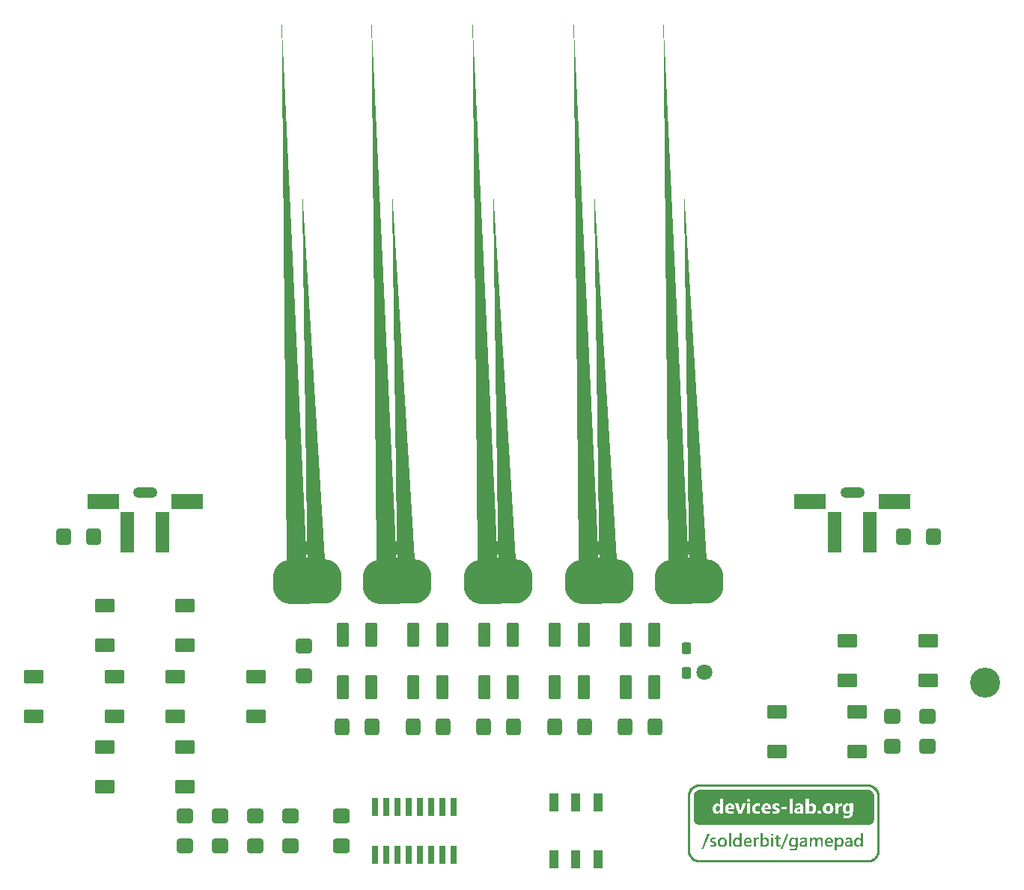
<source format=gts>
%TF.GenerationSoftware,KiCad,Pcbnew,8.0.2-1*%
%TF.CreationDate,2024-07-01T16:56:04+01:00*%
%TF.ProjectId,solderbit-gamepad,736f6c64-6572-4626-9974-2d67616d6570,v1.4*%
%TF.SameCoordinates,Original*%
%TF.FileFunction,Soldermask,Top*%
%TF.FilePolarity,Negative*%
%FSLAX46Y46*%
G04 Gerber Fmt 4.6, Leading zero omitted, Abs format (unit mm)*
G04 Created by KiCad (PCBNEW 8.0.2-1) date 2024-07-01 16:56:04*
%MOMM*%
%LPD*%
G01*
G04 APERTURE LIST*
G04 Aperture macros list*
%AMRoundRect*
0 Rectangle with rounded corners*
0 $1 Rounding radius*
0 $2 $3 $4 $5 $6 $7 $8 $9 X,Y pos of 4 corners*
0 Add a 4 corners polygon primitive as box body*
4,1,4,$2,$3,$4,$5,$6,$7,$8,$9,$2,$3,0*
0 Add four circle primitives for the rounded corners*
1,1,$1+$1,$2,$3*
1,1,$1+$1,$4,$5*
1,1,$1+$1,$6,$7*
1,1,$1+$1,$8,$9*
0 Add four rect primitives between the rounded corners*
20,1,$1+$1,$2,$3,$4,$5,0*
20,1,$1+$1,$4,$5,$6,$7,0*
20,1,$1+$1,$6,$7,$8,$9,0*
20,1,$1+$1,$8,$9,$2,$3,0*%
%AMFreePoly0*
4,1,53,1.982861,2.497452,2.265674,2.456790,2.539821,2.376293,2.799722,2.257600,3.040086,2.103127,3.256020,1.916020,3.443127,1.700086,3.597600,1.459722,3.716293,1.199821,3.796790,0.925674,3.837452,0.642861,3.840000,0.500000,3.840000,-0.500000,3.837452,-0.642861,3.796790,-0.925674,3.716293,-1.199821,3.597600,-1.459722,3.443127,-1.700086,3.256020,-1.916020,3.040086,-2.103127,
2.799722,-2.257600,2.539821,-2.376293,2.265674,-2.456790,1.982861,-2.497452,1.840000,-2.500000,-1.910000,-2.500000,-2.052869,-2.497572,-2.335699,-2.456908,-2.609863,-2.376406,-2.869780,-2.257706,-3.110159,-2.103224,-3.326105,-1.916105,-3.513224,-1.700159,-3.667706,-1.459780,-3.786406,-1.199863,-3.866908,-0.925699,-3.907572,-0.642869,-3.910000,-0.500000,-3.910000,0.500000,-3.907572,0.642869,
-3.866908,0.925699,-3.786406,1.199863,-3.667706,1.459780,-3.513224,1.700159,-3.326105,1.916105,-3.110159,2.103224,-2.869780,2.257706,-2.609863,2.376406,-2.335699,2.456908,-2.052869,2.497572,-1.910000,2.500000,1.840000,2.500000,1.982861,2.497452,1.982861,2.497452,$1*%
G04 Aperture macros list end*
%ADD10C,0.000000*%
%ADD11FreePoly0,0.000000*%
%ADD12RoundRect,0.038000X1.750000X0.800000X-1.750000X0.800000X-1.750000X-0.800000X1.750000X-0.800000X0*%
%ADD13O,2.776000X1.176000*%
%ADD14RoundRect,0.038000X0.700000X-2.250000X0.700000X2.250000X-0.700000X2.250000X-0.700000X-2.250000X0*%
%ADD15RoundRect,0.038000X0.625000X-1.275000X0.625000X1.275000X-0.625000X1.275000X-0.625000X-1.275000X0*%
%ADD16RoundRect,0.038000X-1.050000X-0.700000X1.050000X-0.700000X1.050000X0.700000X-1.050000X0.700000X0*%
%ADD17RoundRect,0.322308X-0.590692X0.515692X-0.590692X-0.515692X0.590692X-0.515692X0.590692X0.515692X0*%
%ADD18RoundRect,0.322308X-0.515692X-0.590692X0.515692X-0.590692X0.515692X0.590692X-0.515692X0.590692X0*%
%ADD19RoundRect,0.316226X-0.521774X-0.621774X0.521774X-0.621774X0.521774X0.621774X-0.521774X0.621774X0*%
%ADD20RoundRect,0.322308X0.590692X-0.515692X0.590692X0.515692X-0.590692X0.515692X-0.590692X-0.515692X0*%
%ADD21RoundRect,0.269000X-0.269000X0.394000X-0.269000X-0.394000X0.269000X-0.394000X0.269000X0.394000X0*%
%ADD22RoundRect,0.316226X0.621774X-0.521774X0.621774X0.521774X-0.621774X0.521774X-0.621774X-0.521774X0*%
%ADD23RoundRect,0.038000X0.266700X-1.005050X0.266700X1.005050X-0.266700X1.005050X-0.266700X-1.005050X0*%
%ADD24C,1.800000*%
%ADD25RoundRect,0.038000X-0.500000X-1.000000X0.500000X-1.000000X0.500000X1.000000X-0.500000X1.000000X0*%
%ADD26C,3.400000*%
%ADD27RoundRect,0.322308X0.515692X0.590692X-0.515692X0.590692X-0.515692X-0.590692X0.515692X-0.590692X0*%
G04 APERTURE END LIST*
D10*
G36*
X130551747Y-76774819D02*
G01*
X130551747Y-77522348D01*
X130431822Y-77522348D01*
X130311898Y-77522348D01*
X130311898Y-76774819D01*
X130311898Y-76027290D01*
X130431822Y-76027290D01*
X130551747Y-76027290D01*
X130551747Y-76774819D01*
G37*
G36*
X135316745Y-77014449D02*
G01*
X135316745Y-77522348D01*
X135200759Y-77522348D01*
X135084772Y-77522348D01*
X135086830Y-77016667D01*
X135088889Y-76510985D01*
X135202817Y-76508767D01*
X135316745Y-76506549D01*
X135316745Y-77014449D01*
G37*
G36*
X130494527Y-72877943D02*
G01*
X130534970Y-72896240D01*
X130538027Y-72898317D01*
X130572950Y-72932545D01*
X130598046Y-72978884D01*
X130612896Y-73036515D01*
X130614352Y-73047212D01*
X130620843Y-73101133D01*
X130417401Y-73101133D01*
X130213960Y-73101133D01*
X130219056Y-73075650D01*
X130235573Y-73023849D01*
X130262609Y-72974056D01*
X130297273Y-72930269D01*
X130336676Y-72896489D01*
X130357028Y-72884709D01*
X130399767Y-72871742D01*
X130447530Y-72869632D01*
X130494527Y-72877943D01*
G37*
G36*
X134627923Y-72877943D02*
G01*
X134668366Y-72896240D01*
X134671424Y-72898317D01*
X134706346Y-72932545D01*
X134731442Y-72978884D01*
X134746292Y-73036515D01*
X134747748Y-73047212D01*
X134754239Y-73101133D01*
X134550798Y-73101133D01*
X134347356Y-73101133D01*
X134352452Y-73075650D01*
X134368969Y-73023849D01*
X134396005Y-72974056D01*
X134430669Y-72930269D01*
X134470072Y-72896489D01*
X134490425Y-72884709D01*
X134533164Y-72871742D01*
X134580926Y-72869632D01*
X134627923Y-72877943D01*
G37*
G36*
X135237995Y-76044440D02*
G01*
X135282620Y-76061257D01*
X135315467Y-76088558D01*
X135335845Y-76125516D01*
X135343059Y-76170632D01*
X135336476Y-76215580D01*
X135315956Y-76253173D01*
X135291061Y-76276344D01*
X135260134Y-76290563D01*
X135221079Y-76297779D01*
X135180305Y-76297647D01*
X135144222Y-76289825D01*
X135133118Y-76284789D01*
X135100363Y-76260487D01*
X135080314Y-76229281D01*
X135070991Y-76187999D01*
X135070687Y-76184626D01*
X135073725Y-76137977D01*
X135089782Y-76098573D01*
X135116903Y-76068053D01*
X135153132Y-76048055D01*
X135196513Y-76040217D01*
X135237995Y-76044440D01*
G37*
G36*
X138405274Y-73254281D02*
G01*
X138409380Y-73259861D01*
X138410788Y-73273013D01*
X138409973Y-73296848D01*
X138408378Y-73320954D01*
X138398350Y-73388345D01*
X138378264Y-73443846D01*
X138347521Y-73488462D01*
X138305521Y-73523197D01*
X138278879Y-73537760D01*
X138230452Y-73553078D01*
X138179306Y-73556098D01*
X138130927Y-73546689D01*
X138118189Y-73541612D01*
X138082334Y-73517769D01*
X138058193Y-73486083D01*
X138045600Y-73449414D01*
X138044390Y-73410625D01*
X138054399Y-73372575D01*
X138075460Y-73338126D01*
X138107409Y-73310139D01*
X138132285Y-73297418D01*
X138150488Y-73292159D01*
X138180712Y-73285543D01*
X138219115Y-73278208D01*
X138261854Y-73270795D01*
X138305085Y-73263944D01*
X138344965Y-73258295D01*
X138377652Y-73254487D01*
X138397993Y-73253163D01*
X138405274Y-73254281D01*
G37*
G36*
X141595501Y-72905317D02*
G01*
X141652142Y-72920775D01*
X141699362Y-72949136D01*
X141737032Y-72990300D01*
X141765022Y-73044165D01*
X141780762Y-73098227D01*
X141790288Y-73167157D01*
X141791206Y-73239050D01*
X141783936Y-73309366D01*
X141768901Y-73373566D01*
X141751082Y-73418442D01*
X141719294Y-73465144D01*
X141676963Y-73500781D01*
X141625733Y-73524639D01*
X141567247Y-73536004D01*
X141503149Y-73534164D01*
X141489287Y-73532060D01*
X141441716Y-73518333D01*
X141397558Y-73495574D01*
X141363677Y-73467664D01*
X141334843Y-73426061D01*
X141312653Y-73372899D01*
X141297688Y-73311416D01*
X141290531Y-73244848D01*
X141291762Y-73176434D01*
X141300520Y-73115972D01*
X141320651Y-73048362D01*
X141349751Y-72993911D01*
X141388110Y-72952350D01*
X141436020Y-72923407D01*
X141493772Y-72906812D01*
X141529570Y-72902865D01*
X141595501Y-72905317D01*
G37*
G36*
X139670168Y-72913493D02*
G01*
X139686560Y-72920293D01*
X139732169Y-72949459D01*
X139767725Y-72990022D01*
X139793460Y-73042431D01*
X139809605Y-73107131D01*
X139815824Y-73169090D01*
X139814791Y-73253266D01*
X139803517Y-73328005D01*
X139782458Y-73392544D01*
X139752067Y-73446121D01*
X139712798Y-73487972D01*
X139665106Y-73517334D01*
X139609445Y-73533444D01*
X139598048Y-73534939D01*
X139567176Y-73536075D01*
X139537020Y-73533822D01*
X139527833Y-73532127D01*
X139475776Y-73511873D01*
X139430351Y-73477944D01*
X139393367Y-73431910D01*
X139376795Y-73400944D01*
X139368903Y-73381205D01*
X139363377Y-73360222D01*
X139359673Y-73334254D01*
X139357246Y-73299560D01*
X139355641Y-73255547D01*
X139355088Y-73192853D01*
X139357736Y-73142277D01*
X139364101Y-73100177D01*
X139374703Y-73062907D01*
X139387348Y-73032481D01*
X139418235Y-72984107D01*
X139459208Y-72945805D01*
X139507578Y-72918585D01*
X139560654Y-72903454D01*
X139615747Y-72901420D01*
X139670168Y-72913493D01*
G37*
G36*
X129132156Y-72908746D02*
G01*
X129184256Y-72930084D01*
X129228754Y-72965444D01*
X129265425Y-73014686D01*
X129271268Y-73025181D01*
X129278945Y-73040204D01*
X129284508Y-73053938D01*
X129288297Y-73069252D01*
X129290648Y-73089014D01*
X129291900Y-73116091D01*
X129292390Y-73153353D01*
X129292456Y-73203667D01*
X129292455Y-73205068D01*
X129292315Y-73255963D01*
X129291737Y-73293839D01*
X129290384Y-73321667D01*
X129287917Y-73342418D01*
X129283995Y-73359061D01*
X129278280Y-73374569D01*
X129271351Y-73389952D01*
X129237980Y-73445927D01*
X129196749Y-73489205D01*
X129148934Y-73519066D01*
X129095809Y-73534788D01*
X129038648Y-73535650D01*
X129019323Y-73532592D01*
X128965728Y-73514255D01*
X128920576Y-73482933D01*
X128884368Y-73439522D01*
X128857608Y-73384917D01*
X128840798Y-73320013D01*
X128834442Y-73245705D01*
X128835355Y-73205068D01*
X128844957Y-73125762D01*
X128864036Y-73057441D01*
X128892116Y-73000712D01*
X128928721Y-72956181D01*
X128973376Y-72924458D01*
X129025607Y-72906149D01*
X129072679Y-72901569D01*
X129132156Y-72908746D01*
G37*
G36*
X143838188Y-72909055D02*
G01*
X143888459Y-72931603D01*
X143932747Y-72968380D01*
X143970152Y-73018782D01*
X143977241Y-73031400D01*
X143983804Y-73044739D01*
X143988554Y-73058300D01*
X143991782Y-73074879D01*
X143993776Y-73097270D01*
X143994829Y-73128270D01*
X143995230Y-73170676D01*
X143995278Y-73205068D01*
X143995170Y-73255942D01*
X143994621Y-73293794D01*
X143993292Y-73321593D01*
X143990844Y-73342306D01*
X143986940Y-73358903D01*
X143981242Y-73374350D01*
X143974210Y-73389911D01*
X143940741Y-73445932D01*
X143899451Y-73489231D01*
X143851604Y-73519092D01*
X143798466Y-73534800D01*
X143741300Y-73535640D01*
X143722062Y-73532592D01*
X143678077Y-73519365D01*
X143641823Y-73497262D01*
X143613370Y-73469897D01*
X143587171Y-73437631D01*
X143568761Y-73405613D01*
X143554997Y-73367595D01*
X143547678Y-73339380D01*
X143536837Y-73262185D01*
X143539644Y-73179326D01*
X143547284Y-73129249D01*
X143566620Y-73058756D01*
X143595074Y-73000899D01*
X143632349Y-72955963D01*
X143678147Y-72924238D01*
X143732170Y-72906010D01*
X143782837Y-72901337D01*
X143838188Y-72909055D01*
G37*
G36*
X133675949Y-76498485D02*
G01*
X133687771Y-76501144D01*
X133709758Y-76507292D01*
X133709758Y-76619070D01*
X133709571Y-76659268D01*
X133709060Y-76693050D01*
X133708294Y-76717555D01*
X133707345Y-76729918D01*
X133706988Y-76730847D01*
X133698801Y-76727556D01*
X133681968Y-76719397D01*
X133677007Y-76716873D01*
X133644682Y-76706708D01*
X133604011Y-76702884D01*
X133561266Y-76705261D01*
X133522717Y-76713698D01*
X133505886Y-76720708D01*
X133461381Y-76752290D01*
X133421994Y-76796218D01*
X133390136Y-76849077D01*
X133368216Y-76907453D01*
X133365087Y-76920159D01*
X133362939Y-76937197D01*
X133360752Y-76968090D01*
X133358610Y-77010701D01*
X133356598Y-77062894D01*
X133354801Y-77122536D01*
X133353303Y-77187489D01*
X133352395Y-77240526D01*
X133348316Y-77522348D01*
X133233163Y-77522348D01*
X133118011Y-77522348D01*
X133120069Y-77016667D01*
X133122128Y-76510985D01*
X133236056Y-76508767D01*
X133349984Y-76506549D01*
X133350377Y-76608704D01*
X133350771Y-76710859D01*
X133378796Y-76656247D01*
X133412108Y-76602777D01*
X133451963Y-76557658D01*
X133495404Y-76523971D01*
X133516309Y-76512925D01*
X133550075Y-76502700D01*
X133592528Y-76496569D01*
X133636782Y-76495006D01*
X133675949Y-76498485D01*
G37*
G36*
X128089862Y-76108767D02*
G01*
X128108949Y-76110303D01*
X128117950Y-76113141D01*
X128119020Y-76117002D01*
X128115268Y-76126091D01*
X128105884Y-76148766D01*
X128091357Y-76183841D01*
X128072179Y-76230133D01*
X128048842Y-76286456D01*
X128021836Y-76351626D01*
X127991653Y-76424457D01*
X127958783Y-76503765D01*
X127923718Y-76588365D01*
X127886950Y-76677071D01*
X127848968Y-76768701D01*
X127810265Y-76862067D01*
X127771332Y-76955986D01*
X127732659Y-77049273D01*
X127694738Y-77140743D01*
X127658060Y-77229211D01*
X127623116Y-77313493D01*
X127590397Y-77392403D01*
X127560395Y-77464756D01*
X127533600Y-77529368D01*
X127510505Y-77585055D01*
X127491599Y-77630630D01*
X127477374Y-77664910D01*
X127468322Y-77686709D01*
X127466021Y-77692241D01*
X127440214Y-77754202D01*
X127333279Y-77754202D01*
X127288309Y-77753858D01*
X127257466Y-77752706D01*
X127238897Y-77750567D01*
X127230753Y-77747261D01*
X127230241Y-77744208D01*
X127233755Y-77735622D01*
X127242974Y-77713216D01*
X127257502Y-77677948D01*
X127276945Y-77630780D01*
X127300905Y-77572671D01*
X127328988Y-77504580D01*
X127360797Y-77427467D01*
X127395936Y-77342293D01*
X127434009Y-77250016D01*
X127474621Y-77151597D01*
X127517376Y-77047995D01*
X127561878Y-76940170D01*
X127569078Y-76922726D01*
X127904018Y-76111237D01*
X128013592Y-76109007D01*
X128058730Y-76108385D01*
X128089862Y-76108767D01*
G37*
G36*
X137020237Y-76108767D02*
G01*
X137039323Y-76110303D01*
X137048324Y-76113141D01*
X137049394Y-76117002D01*
X137045643Y-76126091D01*
X137036258Y-76148766D01*
X137021732Y-76183841D01*
X137002554Y-76230133D01*
X136979217Y-76286456D01*
X136952211Y-76351626D01*
X136922027Y-76424457D01*
X136889158Y-76503765D01*
X136854093Y-76588365D01*
X136817324Y-76677071D01*
X136779343Y-76768701D01*
X136740640Y-76862067D01*
X136701706Y-76955986D01*
X136663033Y-77049273D01*
X136625112Y-77140743D01*
X136588434Y-77229211D01*
X136553490Y-77313493D01*
X136520772Y-77392403D01*
X136490769Y-77464756D01*
X136463975Y-77529368D01*
X136440879Y-77585055D01*
X136421973Y-77630630D01*
X136407749Y-77664910D01*
X136398696Y-77686709D01*
X136396395Y-77692241D01*
X136370588Y-77754202D01*
X136263653Y-77754202D01*
X136218684Y-77753858D01*
X136187840Y-77752706D01*
X136169272Y-77750567D01*
X136161127Y-77747261D01*
X136160616Y-77744208D01*
X136164129Y-77735622D01*
X136173348Y-77713216D01*
X136187877Y-77677948D01*
X136207320Y-77630780D01*
X136231280Y-77572671D01*
X136259362Y-77504580D01*
X136291171Y-77427467D01*
X136326310Y-77342293D01*
X136364384Y-77250016D01*
X136404996Y-77151597D01*
X136447751Y-77047995D01*
X136492253Y-76940170D01*
X136499453Y-76922726D01*
X136834392Y-76111237D01*
X136943967Y-76109007D01*
X136989105Y-76108385D01*
X137020237Y-76108767D01*
G37*
G36*
X135902032Y-76215325D02*
G01*
X135904735Y-76225764D01*
X135906604Y-76246240D01*
X135907752Y-76278405D01*
X135908292Y-76323913D01*
X135908373Y-76358226D01*
X135908373Y-76506988D01*
X136028297Y-76506988D01*
X136148222Y-76506988D01*
X136148222Y-76598716D01*
X136148222Y-76690445D01*
X136030296Y-76692657D01*
X135912370Y-76694869D01*
X135912370Y-76978691D01*
X135912413Y-77053931D01*
X135912602Y-77114912D01*
X135913023Y-77163366D01*
X135913764Y-77201024D01*
X135914914Y-77229617D01*
X135916559Y-77250876D01*
X135918788Y-77266532D01*
X135921689Y-77278317D01*
X135925348Y-77287961D01*
X135928360Y-77294269D01*
X135944733Y-77318161D01*
X135965367Y-77337734D01*
X135970442Y-77341040D01*
X136000321Y-77351581D01*
X136038077Y-77355934D01*
X136076798Y-77353992D01*
X136109575Y-77345649D01*
X136114696Y-77343261D01*
X136132442Y-77334676D01*
X136143245Y-77330537D01*
X136143827Y-77330469D01*
X136145566Y-77337935D01*
X136146979Y-77358217D01*
X136147915Y-77388142D01*
X136148222Y-77421441D01*
X136148222Y-77512413D01*
X136126235Y-77521495D01*
X136076604Y-77535887D01*
X136017020Y-77543246D01*
X135952021Y-77543311D01*
X135886140Y-77535817D01*
X135884388Y-77535507D01*
X135822752Y-77517386D01*
X135770316Y-77487252D01*
X135728419Y-77446157D01*
X135698399Y-77395152D01*
X135695068Y-77386882D01*
X135691573Y-77376180D01*
X135688668Y-77363044D01*
X135686282Y-77345892D01*
X135684342Y-77323144D01*
X135682777Y-77293219D01*
X135681513Y-77254536D01*
X135680479Y-77205513D01*
X135679604Y-77144570D01*
X135678814Y-77070125D01*
X135678372Y-77020664D01*
X135675553Y-76690872D01*
X135592089Y-76690872D01*
X135508624Y-76690872D01*
X135508624Y-76598930D01*
X135508624Y-76506988D01*
X135592572Y-76506988D01*
X135676519Y-76506988D01*
X135676519Y-76392168D01*
X135676519Y-76277347D01*
X135782452Y-76247213D01*
X135821899Y-76235924D01*
X135856199Y-76225983D01*
X135882217Y-76218306D01*
X135896817Y-76213813D01*
X135898379Y-76213271D01*
X135902032Y-76215325D01*
G37*
G36*
X129677466Y-76495277D02*
G01*
X129736138Y-76505718D01*
X129738771Y-76506389D01*
X129820160Y-76534867D01*
X129890944Y-76575287D01*
X129951010Y-76627527D01*
X130000247Y-76691466D01*
X130038542Y-76766981D01*
X130065785Y-76853949D01*
X130068653Y-76866761D01*
X130075446Y-76913143D01*
X130078941Y-76969508D01*
X130079155Y-77030199D01*
X130076104Y-77089558D01*
X130069806Y-77141925D01*
X130067795Y-77152918D01*
X130043216Y-77237458D01*
X130005232Y-77314209D01*
X129954975Y-77381968D01*
X129893581Y-77439528D01*
X129822181Y-77485684D01*
X129741911Y-77519231D01*
X129716273Y-77526656D01*
X129671965Y-77535036D01*
X129617676Y-77540507D01*
X129559178Y-77542895D01*
X129502245Y-77542027D01*
X129452649Y-77537729D01*
X129436449Y-77535068D01*
X129350348Y-77510843D01*
X129273564Y-77474136D01*
X129206693Y-77425867D01*
X129150328Y-77366953D01*
X129105063Y-77298313D01*
X129071493Y-77220865D01*
X129050212Y-77135530D01*
X129041814Y-77043224D01*
X129043840Y-77003987D01*
X129280585Y-77003987D01*
X129282729Y-77069104D01*
X129293746Y-77132431D01*
X129313694Y-77191775D01*
X129342633Y-77244940D01*
X129380623Y-77289732D01*
X129427723Y-77323958D01*
X129433753Y-77327131D01*
X129494969Y-77349410D01*
X129560781Y-77357419D01*
X129628345Y-77351039D01*
X129677441Y-77337120D01*
X129722193Y-77312522D01*
X129755645Y-77282317D01*
X129790095Y-77238293D01*
X129814962Y-77189064D01*
X129830874Y-77132363D01*
X129838459Y-77065923D01*
X129838346Y-76987479D01*
X129838205Y-76984376D01*
X129829843Y-76905482D01*
X129812492Y-76839211D01*
X129785761Y-76784699D01*
X129749255Y-76741086D01*
X129715449Y-76715151D01*
X129662914Y-76690672D01*
X129603366Y-76677796D01*
X129541069Y-76676789D01*
X129480285Y-76687919D01*
X129450730Y-76698575D01*
X129400883Y-76728352D01*
X129359552Y-76769505D01*
X129326798Y-76819839D01*
X129302679Y-76877160D01*
X129287255Y-76939274D01*
X129280585Y-77003987D01*
X129043840Y-77003987D01*
X129046893Y-76944867D01*
X129048167Y-76934718D01*
X129067369Y-76840939D01*
X129098683Y-76757331D01*
X129141834Y-76684216D01*
X129196545Y-76621918D01*
X129262540Y-76570760D01*
X129339543Y-76531065D01*
X129414060Y-76506420D01*
X129472304Y-76495699D01*
X129539592Y-76490268D01*
X129609965Y-76490127D01*
X129677466Y-76495277D01*
G37*
G36*
X132565644Y-76494763D02*
G01*
X132636716Y-76510575D01*
X132699556Y-76537934D01*
X132756316Y-76577649D01*
X132782740Y-76602046D01*
X132828565Y-76657585D01*
X132864123Y-76722684D01*
X132889722Y-76798255D01*
X132905675Y-76885212D01*
X132912255Y-76982688D01*
X132914259Y-77078628D01*
X132571371Y-77080713D01*
X132228483Y-77082799D01*
X132233232Y-77122904D01*
X132243341Y-77168077D01*
X132261712Y-77214312D01*
X132285598Y-77255865D01*
X132311413Y-77286245D01*
X132358937Y-77321858D01*
X132411078Y-77345869D01*
X132470855Y-77359307D01*
X132536837Y-77363221D01*
X132597800Y-77360685D01*
X132650960Y-77352103D01*
X132702805Y-77335930D01*
X132759828Y-77310622D01*
X132761650Y-77309723D01*
X132791989Y-77294853D01*
X132816477Y-77283087D01*
X132831923Y-77275946D01*
X132835604Y-77274504D01*
X132836669Y-77281973D01*
X132837536Y-77302272D01*
X132838112Y-77332244D01*
X132838306Y-77366312D01*
X132838306Y-77458119D01*
X132800129Y-77477465D01*
X132732124Y-77505299D01*
X132653885Y-77526192D01*
X132569834Y-77539597D01*
X132484395Y-77544965D01*
X132401989Y-77541746D01*
X132346687Y-77533738D01*
X132269080Y-77510537D01*
X132199120Y-77473793D01*
X132137827Y-77424516D01*
X132086221Y-77363715D01*
X132045322Y-77292400D01*
X132016150Y-77211579D01*
X132014410Y-77204952D01*
X131999332Y-77124273D01*
X131993380Y-77039146D01*
X131996372Y-76953963D01*
X132002077Y-76914731D01*
X132228910Y-76914731D01*
X132458766Y-76914731D01*
X132688623Y-76914731D01*
X132684232Y-76866309D01*
X132674087Y-76815735D01*
X132654342Y-76767104D01*
X132627496Y-76725767D01*
X132610094Y-76707622D01*
X132568127Y-76680882D01*
X132518517Y-76665655D01*
X132465087Y-76662309D01*
X132411662Y-76671212D01*
X132376064Y-76685055D01*
X132334007Y-76713808D01*
X132295742Y-76754630D01*
X132264015Y-76803633D01*
X132241570Y-76856931D01*
X132234352Y-76885722D01*
X132228910Y-76914731D01*
X132002077Y-76914731D01*
X132008128Y-76873114D01*
X132028467Y-76800990D01*
X132031331Y-76793498D01*
X132066972Y-76722355D01*
X132114676Y-76656506D01*
X132171676Y-76598986D01*
X132235207Y-76552831D01*
X132265851Y-76536257D01*
X132313708Y-76515253D01*
X132357749Y-76501350D01*
X132403660Y-76493333D01*
X132457129Y-76489991D01*
X132484189Y-76489689D01*
X132565644Y-76494763D01*
G37*
G36*
X141735868Y-76494763D02*
G01*
X141806940Y-76510575D01*
X141869780Y-76537934D01*
X141926539Y-76577649D01*
X141952963Y-76602046D01*
X141998789Y-76657585D01*
X142034346Y-76722684D01*
X142059946Y-76798255D01*
X142075898Y-76885212D01*
X142082478Y-76982688D01*
X142084482Y-77078628D01*
X141741594Y-77080713D01*
X141398706Y-77082799D01*
X141403456Y-77122904D01*
X141413564Y-77168077D01*
X141431936Y-77214312D01*
X141455821Y-77255865D01*
X141481636Y-77286245D01*
X141529160Y-77321858D01*
X141581301Y-77345869D01*
X141641079Y-77359307D01*
X141707060Y-77363221D01*
X141768024Y-77360685D01*
X141821183Y-77352103D01*
X141873029Y-77335930D01*
X141930051Y-77310622D01*
X141931874Y-77309723D01*
X141962212Y-77294853D01*
X141986700Y-77283087D01*
X142002146Y-77275946D01*
X142005827Y-77274504D01*
X142006892Y-77281973D01*
X142007759Y-77302272D01*
X142008336Y-77332244D01*
X142008530Y-77366312D01*
X142008530Y-77458119D01*
X141970352Y-77477465D01*
X141902348Y-77505299D01*
X141824108Y-77526192D01*
X141740058Y-77539597D01*
X141654618Y-77544965D01*
X141572212Y-77541746D01*
X141516911Y-77533738D01*
X141439304Y-77510537D01*
X141369344Y-77473793D01*
X141308051Y-77424516D01*
X141256444Y-77363715D01*
X141215546Y-77292400D01*
X141186374Y-77211579D01*
X141184633Y-77204952D01*
X141169556Y-77124273D01*
X141163603Y-77039146D01*
X141166595Y-76953963D01*
X141172300Y-76914731D01*
X141399133Y-76914731D01*
X141628990Y-76914731D01*
X141858846Y-76914731D01*
X141854456Y-76866309D01*
X141844311Y-76815735D01*
X141824566Y-76767104D01*
X141797720Y-76725767D01*
X141780317Y-76707622D01*
X141738351Y-76680882D01*
X141688740Y-76665655D01*
X141635311Y-76662309D01*
X141581886Y-76671212D01*
X141546287Y-76685055D01*
X141504230Y-76713808D01*
X141465966Y-76754630D01*
X141434238Y-76803633D01*
X141411794Y-76856931D01*
X141404575Y-76885722D01*
X141399133Y-76914731D01*
X141172300Y-76914731D01*
X141178351Y-76873114D01*
X141198691Y-76800990D01*
X141201554Y-76793498D01*
X141237195Y-76722355D01*
X141284899Y-76656506D01*
X141341900Y-76598986D01*
X141405430Y-76552831D01*
X141436074Y-76536257D01*
X141483931Y-76515253D01*
X141527972Y-76501350D01*
X141573883Y-76493333D01*
X141627353Y-76489991D01*
X141654412Y-76489689D01*
X141735868Y-76494763D01*
G37*
G36*
X142980683Y-76499726D02*
G01*
X143051411Y-76523905D01*
X143113700Y-76561102D01*
X143167019Y-76610838D01*
X143210842Y-76672638D01*
X143244638Y-76746026D01*
X143267878Y-76830524D01*
X143278834Y-76909470D01*
X143282193Y-77015622D01*
X143274097Y-77114321D01*
X143255037Y-77204777D01*
X143225502Y-77286197D01*
X143185982Y-77357790D01*
X143136965Y-77418765D01*
X143078943Y-77468331D01*
X143012404Y-77505696D01*
X142937838Y-77530069D01*
X142889948Y-77538071D01*
X142808369Y-77540519D01*
X142734057Y-77528730D01*
X142666958Y-77502683D01*
X142607016Y-77462355D01*
X142554176Y-77407724D01*
X142550013Y-77402424D01*
X142528380Y-77374441D01*
X142528291Y-77680249D01*
X142528203Y-77986056D01*
X142412234Y-77986056D01*
X142296265Y-77986056D01*
X142298306Y-77248521D01*
X142298895Y-77035730D01*
X142528203Y-77035730D01*
X142530628Y-77104755D01*
X142538474Y-77161225D01*
X142552597Y-77207908D01*
X142573855Y-77247573D01*
X142603101Y-77282990D01*
X142605370Y-77285281D01*
X142653855Y-77324393D01*
X142706339Y-77348380D01*
X142763531Y-77357395D01*
X142826143Y-77351588D01*
X142867522Y-77340760D01*
X142905222Y-77322067D01*
X142942710Y-77291832D01*
X142975800Y-77253999D01*
X142997656Y-77218167D01*
X143020959Y-77156205D01*
X143036140Y-77085337D01*
X143042836Y-77010594D01*
X143040687Y-76937005D01*
X143029329Y-76869599D01*
X143024049Y-76851264D01*
X142998001Y-76793114D01*
X142962057Y-76745938D01*
X142918276Y-76710197D01*
X142868719Y-76686353D01*
X142815445Y-76674866D01*
X142760515Y-76676198D01*
X142705989Y-76690810D01*
X142653927Y-76719162D01*
X142609348Y-76758458D01*
X142578054Y-76798994D01*
X142555010Y-76844866D01*
X142539499Y-76898525D01*
X142530804Y-76962425D01*
X142528203Y-77035730D01*
X142298895Y-77035730D01*
X142300346Y-76510985D01*
X142414274Y-76508767D01*
X142528203Y-76506549D01*
X142528203Y-76590715D01*
X142528927Y-76629210D01*
X142530963Y-76657224D01*
X142534106Y-76672597D01*
X142536198Y-76674882D01*
X142543962Y-76669012D01*
X142544193Y-76667180D01*
X142549332Y-76658258D01*
X142563080Y-76640919D01*
X142582927Y-76618239D01*
X142593107Y-76607187D01*
X142651040Y-76555804D01*
X142715006Y-76519188D01*
X142785341Y-76497166D01*
X142816021Y-76492324D01*
X142902043Y-76489040D01*
X142980683Y-76499726D01*
G37*
G36*
X131750991Y-76774819D02*
G01*
X131750991Y-77522348D01*
X131635064Y-77522348D01*
X131519137Y-77522348D01*
X131519137Y-77440620D01*
X131519008Y-77404167D01*
X131518315Y-77381554D01*
X131516600Y-77370627D01*
X131513407Y-77369238D01*
X131508276Y-77375234D01*
X131505951Y-77378659D01*
X131459416Y-77434652D01*
X131401607Y-77481629D01*
X131335927Y-77516921D01*
X131323261Y-77521928D01*
X131276953Y-77534366D01*
X131221664Y-77541786D01*
X131163696Y-77543867D01*
X131109351Y-77540292D01*
X131077347Y-77534382D01*
X131006759Y-77508583D01*
X130944240Y-77469659D01*
X130890339Y-77418599D01*
X130845608Y-77356389D01*
X130810596Y-77284018D01*
X130785854Y-77202473D01*
X130771932Y-77112742D01*
X130770477Y-77057471D01*
X131009641Y-77057471D01*
X131018090Y-77129393D01*
X131034207Y-77189297D01*
X131058864Y-77239635D01*
X131087540Y-77277123D01*
X131132572Y-77318050D01*
X131180516Y-77344478D01*
X131233173Y-77356887D01*
X131292345Y-77355757D01*
X131344911Y-77345598D01*
X131381429Y-77329934D01*
X131419166Y-77302883D01*
X131453635Y-77267992D01*
X131469239Y-77247247D01*
X131488477Y-77215510D01*
X131502697Y-77183492D01*
X131512572Y-77148020D01*
X131518774Y-77105923D01*
X131521978Y-77054028D01*
X131522856Y-76994681D01*
X131522768Y-76947103D01*
X131522108Y-76912170D01*
X131520440Y-76886535D01*
X131517331Y-76866854D01*
X131512347Y-76849781D01*
X131505054Y-76831971D01*
X131500423Y-76821781D01*
X131467239Y-76766141D01*
X131425105Y-76723716D01*
X131374217Y-76694641D01*
X131314772Y-76679053D01*
X131292419Y-76676835D01*
X131228224Y-76679884D01*
X131171152Y-76697186D01*
X131121706Y-76728437D01*
X131080389Y-76773334D01*
X131052314Y-76821412D01*
X131024356Y-76896556D01*
X131010377Y-76975316D01*
X131009641Y-77057471D01*
X130770477Y-77057471D01*
X130769381Y-77015813D01*
X130770980Y-76984535D01*
X130783877Y-76884527D01*
X130807927Y-76793916D01*
X130842750Y-76713463D01*
X130887967Y-76643925D01*
X130943196Y-76586063D01*
X130986674Y-76553516D01*
X131044529Y-76522061D01*
X131104936Y-76501890D01*
X131172145Y-76491848D01*
X131219326Y-76490201D01*
X131290784Y-76494182D01*
X131351067Y-76506899D01*
X131403089Y-76529520D01*
X131449760Y-76563212D01*
X131482235Y-76595592D01*
X131519137Y-76636637D01*
X131519137Y-76331963D01*
X131519137Y-76027290D01*
X131635064Y-76027290D01*
X131750991Y-76027290D01*
X131750991Y-76774819D01*
G37*
G36*
X145454359Y-76774819D02*
G01*
X145454359Y-77522348D01*
X145338432Y-77522348D01*
X145222505Y-77522348D01*
X145222505Y-77440620D01*
X145222376Y-77404167D01*
X145221683Y-77381554D01*
X145219968Y-77370627D01*
X145216775Y-77369238D01*
X145211644Y-77375234D01*
X145209319Y-77378659D01*
X145162784Y-77434652D01*
X145104975Y-77481629D01*
X145039295Y-77516921D01*
X145026629Y-77521928D01*
X144980321Y-77534366D01*
X144925032Y-77541786D01*
X144867064Y-77543867D01*
X144812719Y-77540292D01*
X144780715Y-77534382D01*
X144710127Y-77508583D01*
X144647608Y-77469659D01*
X144593707Y-77418599D01*
X144548976Y-77356389D01*
X144513964Y-77284018D01*
X144489222Y-77202473D01*
X144475300Y-77112742D01*
X144473845Y-77057471D01*
X144713009Y-77057471D01*
X144721458Y-77129393D01*
X144737575Y-77189297D01*
X144762232Y-77239635D01*
X144790908Y-77277123D01*
X144835940Y-77318050D01*
X144883884Y-77344478D01*
X144936541Y-77356887D01*
X144995713Y-77355757D01*
X145048279Y-77345598D01*
X145084797Y-77329934D01*
X145122533Y-77302883D01*
X145157003Y-77267992D01*
X145172607Y-77247247D01*
X145191845Y-77215510D01*
X145206065Y-77183492D01*
X145215940Y-77148020D01*
X145222142Y-77105923D01*
X145225346Y-77054028D01*
X145226224Y-76994681D01*
X145226136Y-76947103D01*
X145225476Y-76912170D01*
X145223808Y-76886535D01*
X145220699Y-76866854D01*
X145215715Y-76849781D01*
X145208422Y-76831971D01*
X145203791Y-76821781D01*
X145170607Y-76766141D01*
X145128473Y-76723716D01*
X145077585Y-76694641D01*
X145018140Y-76679053D01*
X144995787Y-76676835D01*
X144931592Y-76679884D01*
X144874520Y-76697186D01*
X144825074Y-76728437D01*
X144783757Y-76773334D01*
X144755682Y-76821412D01*
X144727724Y-76896556D01*
X144713745Y-76975316D01*
X144713009Y-77057471D01*
X144473845Y-77057471D01*
X144472749Y-77015813D01*
X144474348Y-76984535D01*
X144487245Y-76884527D01*
X144511295Y-76793916D01*
X144546118Y-76713463D01*
X144591335Y-76643925D01*
X144646564Y-76586063D01*
X144690042Y-76553516D01*
X144747897Y-76522061D01*
X144808304Y-76501890D01*
X144875513Y-76491848D01*
X144922694Y-76490201D01*
X144994151Y-76494182D01*
X145054435Y-76506899D01*
X145106457Y-76529520D01*
X145153128Y-76563212D01*
X145185603Y-76595592D01*
X145222505Y-76636637D01*
X145222505Y-76331963D01*
X145222505Y-76027290D01*
X145338432Y-76027290D01*
X145454359Y-76027290D01*
X145454359Y-76774819D01*
G37*
G36*
X134101511Y-76351086D02*
G01*
X134101707Y-76441036D01*
X134102289Y-76516911D01*
X134103249Y-76578363D01*
X134104577Y-76625048D01*
X134106267Y-76656619D01*
X134108308Y-76672729D01*
X134109506Y-76674882D01*
X134117271Y-76669012D01*
X134117501Y-76667180D01*
X134122641Y-76658258D01*
X134136388Y-76640919D01*
X134156235Y-76618239D01*
X134166416Y-76607187D01*
X134224572Y-76556027D01*
X134289911Y-76519123D01*
X134362261Y-76496536D01*
X134441451Y-76488322D01*
X134505256Y-76491632D01*
X134580998Y-76506938D01*
X134647429Y-76534995D01*
X134705075Y-76576182D01*
X134754460Y-76630877D01*
X134796111Y-76699460D01*
X134797804Y-76702864D01*
X134821469Y-76757635D01*
X134838115Y-76813389D01*
X134848531Y-76874156D01*
X134853506Y-76943966D01*
X134854210Y-76990683D01*
X134849523Y-77091399D01*
X134835325Y-77180781D01*
X134811139Y-77260689D01*
X134776491Y-77332982D01*
X134759632Y-77360129D01*
X134727788Y-77401063D01*
X134688543Y-77440927D01*
X134646514Y-77475567D01*
X134606315Y-77500828D01*
X134599875Y-77503946D01*
X134535208Y-77527021D01*
X134464672Y-77540829D01*
X134393627Y-77544784D01*
X134327432Y-77538301D01*
X134313377Y-77535252D01*
X134249831Y-77511826D01*
X134190482Y-77474147D01*
X134144539Y-77431257D01*
X134101511Y-77383709D01*
X134101511Y-77453029D01*
X134101511Y-77522348D01*
X133985584Y-77522348D01*
X133869657Y-77522348D01*
X133869657Y-77035730D01*
X134101511Y-77035730D01*
X134103936Y-77104755D01*
X134111782Y-77161225D01*
X134125906Y-77207908D01*
X134147163Y-77247573D01*
X134176410Y-77282990D01*
X134178678Y-77285281D01*
X134227163Y-77324393D01*
X134279647Y-77348380D01*
X134336839Y-77357395D01*
X134399451Y-77351588D01*
X134440830Y-77340760D01*
X134478530Y-77322067D01*
X134516018Y-77291832D01*
X134549108Y-77253999D01*
X134570964Y-77218167D01*
X134594267Y-77156205D01*
X134609448Y-77085337D01*
X134616145Y-77010594D01*
X134613995Y-76937005D01*
X134602637Y-76869599D01*
X134597357Y-76851264D01*
X134571309Y-76793114D01*
X134535365Y-76745938D01*
X134491584Y-76710197D01*
X134442027Y-76686353D01*
X134388753Y-76674866D01*
X134333823Y-76676198D01*
X134279297Y-76690810D01*
X134227235Y-76719162D01*
X134182656Y-76758458D01*
X134151362Y-76798994D01*
X134128318Y-76844866D01*
X134112808Y-76898525D01*
X134104112Y-76962425D01*
X134101511Y-77035730D01*
X133869657Y-77035730D01*
X133869657Y-76774819D01*
X133869657Y-76027290D01*
X133985584Y-76027290D01*
X134101511Y-76027290D01*
X134101511Y-76351086D01*
G37*
G36*
X128642009Y-76490985D02*
G01*
X128711306Y-76496612D01*
X128774848Y-76507216D01*
X128827020Y-76522289D01*
X128848820Y-76530577D01*
X128848820Y-76630712D01*
X128848538Y-76668611D01*
X128847771Y-76699933D01*
X128846630Y-76721653D01*
X128845229Y-76730747D01*
X128845061Y-76730847D01*
X128836571Y-76727491D01*
X128817896Y-76718686D01*
X128793053Y-76706328D01*
X128792689Y-76706143D01*
X128745876Y-76687195D01*
X128691222Y-76672608D01*
X128635131Y-76663628D01*
X128584005Y-76661504D01*
X128568996Y-76662554D01*
X128527451Y-76670942D01*
X128487967Y-76685873D01*
X128454984Y-76705185D01*
X128432942Y-76726718D01*
X128431020Y-76729723D01*
X128417859Y-76766364D01*
X128419406Y-76803865D01*
X128435322Y-76838346D01*
X128441138Y-76845622D01*
X128451894Y-76856644D01*
X128464899Y-76866828D01*
X128482348Y-76877264D01*
X128506434Y-76889042D01*
X128539352Y-76903249D01*
X128583295Y-76920976D01*
X128628958Y-76938849D01*
X128708769Y-76973908D01*
X128773420Y-77011375D01*
X128823633Y-77051821D01*
X128860131Y-77095814D01*
X128881426Y-77137775D01*
X128891810Y-77178802D01*
X128896206Y-77226926D01*
X128894777Y-77276615D01*
X128887685Y-77322336D01*
X128875089Y-77358557D01*
X128874979Y-77358771D01*
X128841314Y-77407730D01*
X128794918Y-77451758D01*
X128738866Y-77488348D01*
X128688658Y-77510751D01*
X128625214Y-77528288D01*
X128551937Y-77539602D01*
X128473859Y-77544371D01*
X128396008Y-77542274D01*
X128328043Y-77533846D01*
X128290507Y-77525828D01*
X128251921Y-77515642D01*
X128222110Y-77506006D01*
X128177243Y-77489220D01*
X128177243Y-77387192D01*
X128177621Y-77348334D01*
X128178654Y-77315460D01*
X128180191Y-77291769D01*
X128182078Y-77280460D01*
X128182336Y-77280071D01*
X128191607Y-77280631D01*
X128207180Y-77288914D01*
X128208320Y-77289705D01*
X128279334Y-77330108D01*
X128357305Y-77356443D01*
X128440986Y-77368366D01*
X128494114Y-77368425D01*
X128555490Y-77361428D01*
X128602885Y-77347123D01*
X128636665Y-77325262D01*
X128657193Y-77295600D01*
X128664836Y-77257891D01*
X128664905Y-77253283D01*
X128660643Y-77221571D01*
X128646984Y-77193772D01*
X128622523Y-77168661D01*
X128585851Y-77145006D01*
X128535564Y-77121581D01*
X128497041Y-77106675D01*
X128415044Y-77074332D01*
X128347774Y-77042260D01*
X128294033Y-77009311D01*
X128252623Y-76974337D01*
X128222343Y-76936189D01*
X128201994Y-76893719D01*
X128190379Y-76845780D01*
X128186867Y-76809680D01*
X128186776Y-76754217D01*
X128193826Y-76709353D01*
X128209547Y-76670717D01*
X128235465Y-76633935D01*
X128256151Y-76611340D01*
X128301948Y-76571028D01*
X128352561Y-76540132D01*
X128412284Y-76516291D01*
X128447839Y-76506036D01*
X128505450Y-76495491D01*
X128571782Y-76490542D01*
X128642009Y-76490985D01*
G37*
G36*
X140678940Y-76491731D02*
G01*
X140747184Y-76506313D01*
X140806013Y-76533789D01*
X140855313Y-76574044D01*
X140894969Y-76626966D01*
X140924866Y-76692439D01*
X140941339Y-76752155D01*
X140944280Y-76769392D01*
X140946715Y-76791792D01*
X140948686Y-76820795D01*
X140950234Y-76857839D01*
X140951399Y-76904366D01*
X140952223Y-76961814D01*
X140952745Y-77031624D01*
X140953008Y-77115236D01*
X140953056Y-77164574D01*
X140953195Y-77522348D01*
X140837805Y-77522348D01*
X140722416Y-77522348D01*
X140719696Y-77180564D01*
X140719019Y-77097672D01*
X140718369Y-77029157D01*
X140717656Y-76973404D01*
X140716791Y-76928799D01*
X140715684Y-76893730D01*
X140714243Y-76866582D01*
X140712381Y-76845743D01*
X140710005Y-76829598D01*
X140707028Y-76816534D01*
X140703357Y-76804937D01*
X140698905Y-76793194D01*
X140697961Y-76790809D01*
X140671917Y-76741774D01*
X140637790Y-76706453D01*
X140594950Y-76684414D01*
X140542766Y-76675224D01*
X140529060Y-76674882D01*
X140482731Y-76682554D01*
X140439494Y-76704457D01*
X140400741Y-76738926D01*
X140367864Y-76784291D01*
X140342254Y-76838886D01*
X140325303Y-76901043D01*
X140321816Y-76923164D01*
X140319935Y-76945675D01*
X140318205Y-76981751D01*
X140316683Y-77028967D01*
X140315430Y-77084897D01*
X140314502Y-77147118D01*
X140313960Y-77213203D01*
X140313844Y-77252518D01*
X140313598Y-77522348D01*
X140198140Y-77522348D01*
X140082682Y-77522348D01*
X140079893Y-77180564D01*
X140079145Y-77096137D01*
X140078356Y-77026153D01*
X140077460Y-76969061D01*
X140076388Y-76923314D01*
X140075071Y-76887363D01*
X140073441Y-76859660D01*
X140071431Y-76838656D01*
X140068971Y-76822803D01*
X140065994Y-76810553D01*
X140063212Y-76802354D01*
X140036850Y-76752318D01*
X140001083Y-76713690D01*
X139957579Y-76687710D01*
X139908006Y-76675617D01*
X139891714Y-76674882D01*
X139838934Y-76682158D01*
X139792584Y-76704027D01*
X139752560Y-76740552D01*
X139729927Y-76772119D01*
X139718045Y-76792135D01*
X139708186Y-76811191D01*
X139700140Y-76830996D01*
X139693698Y-76853264D01*
X139688650Y-76879707D01*
X139684787Y-76912037D01*
X139681899Y-76951966D01*
X139679776Y-77001206D01*
X139678209Y-77061470D01*
X139676988Y-77134468D01*
X139676011Y-77212543D01*
X139672440Y-77522348D01*
X139557234Y-77522348D01*
X139442027Y-77522348D01*
X139444086Y-77016667D01*
X139446144Y-76510985D01*
X139560072Y-76508767D01*
X139674001Y-76506549D01*
X139674001Y-76582720D01*
X139674796Y-76618619D01*
X139677010Y-76644413D01*
X139680388Y-76657657D01*
X139681996Y-76658892D01*
X139689766Y-76653637D01*
X139689990Y-76652023D01*
X139695526Y-76640743D01*
X139710037Y-76622341D01*
X139730380Y-76600130D01*
X139753410Y-76577418D01*
X139775985Y-76557516D01*
X139789457Y-76547286D01*
X139839933Y-76520454D01*
X139899907Y-76501178D01*
X139964328Y-76490382D01*
X140028144Y-76488987D01*
X140074850Y-76495148D01*
X140126779Y-76513553D01*
X140177440Y-76544460D01*
X140222732Y-76584635D01*
X140258554Y-76630845D01*
X140267865Y-76647391D01*
X140287151Y-76685339D01*
X140311629Y-76650129D01*
X140362399Y-76589592D01*
X140420695Y-76543153D01*
X140486434Y-76510850D01*
X140559530Y-76492718D01*
X140639902Y-76488794D01*
X140678940Y-76491731D01*
G37*
G36*
X138838475Y-76491665D02*
G01*
X138884616Y-76495909D01*
X138901578Y-76498804D01*
X138967423Y-76518798D01*
X139026271Y-76549189D01*
X139075626Y-76588264D01*
X139112992Y-76634309D01*
X139121993Y-76650200D01*
X139131386Y-76669209D01*
X139139295Y-76687343D01*
X139145861Y-76706155D01*
X139151229Y-76727194D01*
X139155543Y-76752015D01*
X139158947Y-76782167D01*
X139161584Y-76819203D01*
X139163597Y-76864675D01*
X139165132Y-76920134D01*
X139166330Y-76987132D01*
X139167338Y-77067220D01*
X139168168Y-77148584D01*
X139171784Y-77522348D01*
X139055424Y-77522348D01*
X138939064Y-77522348D01*
X138936765Y-77449953D01*
X138934466Y-77377557D01*
X138904756Y-77417402D01*
X138860362Y-77464469D01*
X138804712Y-77503188D01*
X138759329Y-77524525D01*
X138720211Y-77535047D01*
X138671605Y-77541488D01*
X138619562Y-77543541D01*
X138570131Y-77540898D01*
X138538716Y-77535721D01*
X138472423Y-77513018D01*
X138417019Y-77478922D01*
X138373089Y-77434270D01*
X138341219Y-77379897D01*
X138321995Y-77316640D01*
X138316003Y-77245333D01*
X138317082Y-77219420D01*
X138319625Y-77203019D01*
X138539206Y-77203019D01*
X138540857Y-77247367D01*
X138554897Y-77286464D01*
X138579648Y-77319094D01*
X138613434Y-77344037D01*
X138654580Y-77360078D01*
X138701408Y-77365998D01*
X138752242Y-77360581D01*
X138805408Y-77342608D01*
X138808457Y-77341188D01*
X138857089Y-77309813D01*
X138894632Y-77267173D01*
X138920812Y-77213779D01*
X138935354Y-77150145D01*
X138938464Y-77098377D01*
X138938293Y-77064342D01*
X138937269Y-77043396D01*
X138934627Y-77032640D01*
X138929599Y-77029173D01*
X138921419Y-77030095D01*
X138920475Y-77030300D01*
X138906212Y-77032827D01*
X138879568Y-77037021D01*
X138843998Y-77042357D01*
X138802961Y-77048308D01*
X138790557Y-77050071D01*
X138723024Y-77060713D01*
X138669588Y-77071920D01*
X138628360Y-77084520D01*
X138597448Y-77099340D01*
X138574963Y-77117207D01*
X138559013Y-77138949D01*
X138551617Y-77154639D01*
X138539206Y-77203019D01*
X138319625Y-77203019D01*
X138328075Y-77148532D01*
X138350586Y-77087820D01*
X138385295Y-77036448D01*
X138432884Y-76993577D01*
X138494033Y-76958370D01*
X138546273Y-76937491D01*
X138563562Y-76933059D01*
X138593629Y-76926894D01*
X138633420Y-76919493D01*
X138679880Y-76911354D01*
X138729954Y-76902975D01*
X138780586Y-76894852D01*
X138828722Y-76887484D01*
X138871307Y-76881367D01*
X138905286Y-76877000D01*
X138927603Y-76874880D01*
X138931513Y-76874756D01*
X138936854Y-76867692D01*
X138938193Y-76849095D01*
X138935733Y-76822860D01*
X138929676Y-76792882D01*
X138926691Y-76782048D01*
X138905779Y-76736791D01*
X138873229Y-76702444D01*
X138829158Y-76679079D01*
X138773683Y-76666767D01*
X138734592Y-76664716D01*
X138652872Y-76671948D01*
X138573671Y-76692898D01*
X138500391Y-76726414D01*
X138447673Y-76762011D01*
X138429269Y-76776273D01*
X138416677Y-76785240D01*
X138413694Y-76786812D01*
X138412610Y-76779315D01*
X138411711Y-76758815D01*
X138411080Y-76728299D01*
X138410802Y-76690753D01*
X138410796Y-76684138D01*
X138410796Y-76581464D01*
X138472757Y-76553138D01*
X138508447Y-76536971D01*
X138534676Y-76525854D01*
X138556495Y-76518118D01*
X138578954Y-76512093D01*
X138607102Y-76506110D01*
X138626660Y-76502267D01*
X138673122Y-76495613D01*
X138727438Y-76491584D01*
X138784319Y-76490246D01*
X138838475Y-76491665D01*
G37*
G36*
X143939262Y-76491665D02*
G01*
X143985403Y-76495909D01*
X144002365Y-76498804D01*
X144068210Y-76518798D01*
X144127058Y-76549189D01*
X144176413Y-76588264D01*
X144213779Y-76634309D01*
X144222779Y-76650200D01*
X144232173Y-76669209D01*
X144240082Y-76687343D01*
X144246648Y-76706155D01*
X144252016Y-76727194D01*
X144256330Y-76752015D01*
X144259734Y-76782167D01*
X144262370Y-76819203D01*
X144264384Y-76864675D01*
X144265918Y-76920134D01*
X144267117Y-76987132D01*
X144268125Y-77067220D01*
X144268955Y-77148584D01*
X144272571Y-77522348D01*
X144156211Y-77522348D01*
X144039851Y-77522348D01*
X144037552Y-77449953D01*
X144035253Y-77377557D01*
X144005543Y-77417402D01*
X143961149Y-77464469D01*
X143905499Y-77503188D01*
X143860116Y-77524525D01*
X143820998Y-77535047D01*
X143772392Y-77541488D01*
X143720349Y-77543541D01*
X143670918Y-77540898D01*
X143639503Y-77535721D01*
X143573210Y-77513018D01*
X143517806Y-77478922D01*
X143473876Y-77434270D01*
X143442006Y-77379897D01*
X143422782Y-77316640D01*
X143416790Y-77245333D01*
X143417869Y-77219420D01*
X143420412Y-77203019D01*
X143639992Y-77203019D01*
X143641644Y-77247367D01*
X143655684Y-77286464D01*
X143680435Y-77319094D01*
X143714221Y-77344037D01*
X143755367Y-77360078D01*
X143802195Y-77365998D01*
X143853029Y-77360581D01*
X143906195Y-77342608D01*
X143909243Y-77341188D01*
X143957876Y-77309813D01*
X143995419Y-77267173D01*
X144021599Y-77213779D01*
X144036141Y-77150145D01*
X144039251Y-77098377D01*
X144039080Y-77064342D01*
X144038056Y-77043396D01*
X144035414Y-77032640D01*
X144030386Y-77029173D01*
X144022206Y-77030095D01*
X144021262Y-77030300D01*
X144006999Y-77032827D01*
X143980355Y-77037021D01*
X143944785Y-77042357D01*
X143903748Y-77048308D01*
X143891344Y-77050071D01*
X143823811Y-77060713D01*
X143770375Y-77071920D01*
X143729147Y-77084520D01*
X143698235Y-77099340D01*
X143675750Y-77117207D01*
X143659800Y-77138949D01*
X143652404Y-77154639D01*
X143639992Y-77203019D01*
X143420412Y-77203019D01*
X143428862Y-77148532D01*
X143451373Y-77087820D01*
X143486082Y-77036448D01*
X143533671Y-76993577D01*
X143594820Y-76958370D01*
X143647060Y-76937491D01*
X143664349Y-76933059D01*
X143694416Y-76926894D01*
X143734207Y-76919493D01*
X143780667Y-76911354D01*
X143830741Y-76902975D01*
X143881373Y-76894852D01*
X143929509Y-76887484D01*
X143972094Y-76881367D01*
X144006073Y-76877000D01*
X144028390Y-76874880D01*
X144032300Y-76874756D01*
X144037641Y-76867692D01*
X144038980Y-76849095D01*
X144036520Y-76822860D01*
X144030463Y-76792882D01*
X144027477Y-76782048D01*
X144006566Y-76736791D01*
X143974016Y-76702444D01*
X143929945Y-76679079D01*
X143874470Y-76666767D01*
X143835379Y-76664716D01*
X143753659Y-76671948D01*
X143674458Y-76692898D01*
X143601178Y-76726414D01*
X143548460Y-76762011D01*
X143530056Y-76776273D01*
X143517464Y-76785240D01*
X143514481Y-76786812D01*
X143513397Y-76779315D01*
X143512497Y-76758815D01*
X143511867Y-76728299D01*
X143511589Y-76690753D01*
X143511583Y-76684138D01*
X143511583Y-76581464D01*
X143573544Y-76553138D01*
X143609233Y-76536971D01*
X143635463Y-76525854D01*
X143657282Y-76518118D01*
X143679741Y-76512093D01*
X143707889Y-76506110D01*
X143727447Y-76502267D01*
X143773909Y-76495613D01*
X143828225Y-76491584D01*
X143885106Y-76490246D01*
X143939262Y-76491665D01*
G37*
G36*
X137621915Y-76492580D02*
G01*
X137662904Y-76498227D01*
X137677179Y-76501807D01*
X137741246Y-76529327D01*
X137797619Y-76570651D01*
X137821896Y-76595208D01*
X137858454Y-76635869D01*
X137860798Y-76573427D01*
X137863141Y-76510985D01*
X137979068Y-76510985D01*
X138094995Y-76510985D01*
X138097177Y-76958703D01*
X138097585Y-77077777D01*
X138097544Y-77182060D01*
X138097008Y-77272744D01*
X138095931Y-77351025D01*
X138094269Y-77418096D01*
X138091975Y-77475149D01*
X138089004Y-77523380D01*
X138085310Y-77563981D01*
X138080849Y-77598146D01*
X138075575Y-77627068D01*
X138070996Y-77646270D01*
X138041636Y-77729229D01*
X138000546Y-77801336D01*
X137947881Y-77862440D01*
X137883791Y-77912392D01*
X137808430Y-77951040D01*
X137739219Y-77973959D01*
X137702786Y-77980833D01*
X137654538Y-77986074D01*
X137598574Y-77989597D01*
X137538994Y-77991314D01*
X137479899Y-77991137D01*
X137425387Y-77988981D01*
X137379559Y-77984758D01*
X137361853Y-77981971D01*
X137322060Y-77973210D01*
X137279179Y-77961863D01*
X137245926Y-77951518D01*
X137191564Y-77932694D01*
X137189333Y-77827458D01*
X137189015Y-77788547D01*
X137189713Y-77756134D01*
X137191292Y-77733167D01*
X137193615Y-77722593D01*
X137194204Y-77722222D01*
X137204296Y-77725382D01*
X137224977Y-77733796D01*
X137252388Y-77745868D01*
X137262444Y-77750471D01*
X137342375Y-77781366D01*
X137422482Y-77800942D01*
X137500830Y-77809307D01*
X137575487Y-77806573D01*
X137644516Y-77792848D01*
X137705984Y-77768243D01*
X137757956Y-77732866D01*
X137769894Y-77721699D01*
X137803486Y-77682370D01*
X137828329Y-77639211D01*
X137845292Y-77589524D01*
X137855241Y-77530610D01*
X137859044Y-77459773D01*
X137859144Y-77444224D01*
X137859020Y-77406809D01*
X137858361Y-77383250D01*
X137856738Y-77371415D01*
X137853724Y-77369170D01*
X137848887Y-77374382D01*
X137845958Y-77378659D01*
X137797788Y-77436858D01*
X137739283Y-77483442D01*
X137671919Y-77517575D01*
X137597174Y-77538418D01*
X137554644Y-77543824D01*
X137473652Y-77543012D01*
X137399166Y-77528163D01*
X137331795Y-77500102D01*
X137272144Y-77459656D01*
X137220821Y-77407650D01*
X137178434Y-77344908D01*
X137145589Y-77272255D01*
X137122894Y-77190519D01*
X137110956Y-77100523D01*
X137110523Y-77027077D01*
X137348131Y-77027077D01*
X137352674Y-77096689D01*
X137366586Y-77163338D01*
X137390232Y-77224150D01*
X137390656Y-77224991D01*
X137410190Y-77255384D01*
X137436991Y-77286653D01*
X137466698Y-77314445D01*
X137494946Y-77334408D01*
X137505428Y-77339452D01*
X137560394Y-77353159D01*
X137619986Y-77354921D01*
X137678516Y-77345008D01*
X137719909Y-77329275D01*
X137768505Y-77296245D01*
X137807367Y-77250644D01*
X137836432Y-77192633D01*
X137855637Y-77122375D01*
X137864922Y-77040030D01*
X137864593Y-76952632D01*
X137858712Y-76890846D01*
X137847121Y-76840621D01*
X137828468Y-76798131D01*
X137801398Y-76759552D01*
X137792742Y-76749612D01*
X137749267Y-76712796D01*
X137698378Y-76688398D01*
X137642881Y-76676534D01*
X137585583Y-76677325D01*
X137529289Y-76690888D01*
X137476806Y-76717343D01*
X137453101Y-76735244D01*
X137416304Y-76776528D01*
X137387042Y-76829229D01*
X137365682Y-76890471D01*
X137352589Y-76957380D01*
X137348131Y-77027077D01*
X137110523Y-77027077D01*
X137110382Y-77003093D01*
X137115152Y-76946450D01*
X137132538Y-76848299D01*
X137160702Y-76760812D01*
X137199313Y-76684444D01*
X137248040Y-76619652D01*
X137306551Y-76566892D01*
X137374516Y-76526618D01*
X137437252Y-76503178D01*
X137475426Y-76495614D01*
X137522627Y-76491304D01*
X137573306Y-76490283D01*
X137621915Y-76492580D01*
G37*
G36*
X131285818Y-70480195D02*
G01*
X131580598Y-70480212D01*
X131887998Y-70480239D01*
X132208283Y-70480277D01*
X132541715Y-70480324D01*
X132888557Y-70480380D01*
X133249073Y-70480446D01*
X133623526Y-70480521D01*
X134012179Y-70480604D01*
X134415296Y-70480696D01*
X134833138Y-70480797D01*
X135265971Y-70480905D01*
X135714056Y-70481021D01*
X136177658Y-70481144D01*
X136559962Y-70481248D01*
X137036250Y-70481380D01*
X137496810Y-70481510D01*
X137941903Y-70481640D01*
X138371791Y-70481769D01*
X138786736Y-70481898D01*
X139187000Y-70482027D01*
X139572843Y-70482156D01*
X139944529Y-70482287D01*
X140302317Y-70482420D01*
X140646471Y-70482554D01*
X140977252Y-70482691D01*
X141294921Y-70482830D01*
X141599740Y-70482972D01*
X141891971Y-70483118D01*
X142171875Y-70483268D01*
X142439715Y-70483422D01*
X142695751Y-70483581D01*
X142940246Y-70483745D01*
X143173461Y-70483914D01*
X143395657Y-70484090D01*
X143607097Y-70484271D01*
X143808043Y-70484460D01*
X143998755Y-70484655D01*
X144179495Y-70484859D01*
X144350526Y-70485070D01*
X144512109Y-70485289D01*
X144664505Y-70485517D01*
X144807976Y-70485755D01*
X144942784Y-70486002D01*
X145069191Y-70486259D01*
X145187458Y-70486526D01*
X145297846Y-70486804D01*
X145400618Y-70487094D01*
X145496036Y-70487394D01*
X145584360Y-70487707D01*
X145665852Y-70488033D01*
X145740775Y-70488371D01*
X145809390Y-70488722D01*
X145871958Y-70489087D01*
X145928742Y-70489466D01*
X145980002Y-70489859D01*
X146026001Y-70490267D01*
X146067000Y-70490691D01*
X146103261Y-70491130D01*
X146135045Y-70491585D01*
X146162615Y-70492057D01*
X146186232Y-70492545D01*
X146206157Y-70493051D01*
X146222652Y-70493574D01*
X146235980Y-70494115D01*
X146246401Y-70494675D01*
X146254177Y-70495254D01*
X146259570Y-70495852D01*
X146261851Y-70496236D01*
X146403382Y-70530838D01*
X146532799Y-70574246D01*
X146651914Y-70627414D01*
X146762543Y-70691294D01*
X146866498Y-70766841D01*
X146965593Y-70855008D01*
X146989392Y-70878699D01*
X147084226Y-70986263D01*
X147166358Y-71102922D01*
X147235086Y-71227430D01*
X147289709Y-71358539D01*
X147324505Y-71474158D01*
X147327895Y-71487415D01*
X147331094Y-71499582D01*
X147334107Y-71511133D01*
X147336938Y-71522540D01*
X147339593Y-71534276D01*
X147342078Y-71546814D01*
X147344397Y-71560627D01*
X147346555Y-71576187D01*
X147348558Y-71593968D01*
X147350411Y-71614441D01*
X147352119Y-71638080D01*
X147353687Y-71665358D01*
X147355121Y-71696747D01*
X147356426Y-71732719D01*
X147357607Y-71773749D01*
X147358668Y-71820308D01*
X147359616Y-71872870D01*
X147360456Y-71931907D01*
X147361192Y-71997891D01*
X147361829Y-72071296D01*
X147362374Y-72152595D01*
X147362832Y-72242259D01*
X147363206Y-72340763D01*
X147363504Y-72448578D01*
X147363729Y-72566178D01*
X147363887Y-72694035D01*
X147363983Y-72832622D01*
X147364023Y-72982412D01*
X147364011Y-73143878D01*
X147363953Y-73317491D01*
X147363854Y-73503726D01*
X147363719Y-73703055D01*
X147363554Y-73915950D01*
X147363363Y-74142885D01*
X147363152Y-74384332D01*
X147362926Y-74640764D01*
X147362690Y-74912653D01*
X147362660Y-74947970D01*
X147362435Y-75219253D01*
X147362230Y-75475022D01*
X147362041Y-75715750D01*
X147361860Y-75941914D01*
X147361682Y-76153988D01*
X147361499Y-76352447D01*
X147361307Y-76537766D01*
X147361099Y-76710420D01*
X147360868Y-76870885D01*
X147360609Y-77019634D01*
X147360316Y-77157144D01*
X147359981Y-77283890D01*
X147359600Y-77400345D01*
X147359165Y-77506986D01*
X147358672Y-77604287D01*
X147358113Y-77692723D01*
X147357482Y-77772769D01*
X147356774Y-77844901D01*
X147355981Y-77909593D01*
X147355099Y-77967321D01*
X147354120Y-78018559D01*
X147353039Y-78063782D01*
X147351849Y-78103465D01*
X147350545Y-78138084D01*
X147349120Y-78168114D01*
X147347567Y-78194028D01*
X147345882Y-78216304D01*
X147344057Y-78235414D01*
X147342086Y-78251835D01*
X147339964Y-78266042D01*
X147337684Y-78278509D01*
X147335239Y-78289711D01*
X147332625Y-78300124D01*
X147329834Y-78310222D01*
X147326860Y-78320481D01*
X147323698Y-78331376D01*
X147320341Y-78343381D01*
X147318503Y-78350272D01*
X147275257Y-78484371D01*
X147217632Y-78612702D01*
X147146562Y-78734097D01*
X147062981Y-78847392D01*
X146967824Y-78951420D01*
X146862024Y-79045013D01*
X146746517Y-79127005D01*
X146653604Y-79180432D01*
X146547776Y-79230083D01*
X146441187Y-79268517D01*
X146329254Y-79297147D01*
X146211473Y-79316859D01*
X146205726Y-79317470D01*
X146197807Y-79318061D01*
X146187453Y-79318632D01*
X146174399Y-79319182D01*
X146158384Y-79319713D01*
X146139144Y-79320225D01*
X146116416Y-79320718D01*
X146089936Y-79321192D01*
X146059441Y-79321647D01*
X146024668Y-79322085D01*
X145985354Y-79322505D01*
X145941236Y-79322907D01*
X145892050Y-79323293D01*
X145837533Y-79323661D01*
X145777422Y-79324013D01*
X145711454Y-79324349D01*
X145639365Y-79324668D01*
X145560893Y-79324972D01*
X145475774Y-79325261D01*
X145383744Y-79325535D01*
X145284542Y-79325794D01*
X145177903Y-79326039D01*
X145063564Y-79326269D01*
X144941262Y-79326486D01*
X144810734Y-79326689D01*
X144671717Y-79326879D01*
X144523947Y-79327057D01*
X144367161Y-79327221D01*
X144201096Y-79327374D01*
X144025489Y-79327514D01*
X143840076Y-79327643D01*
X143644595Y-79327760D01*
X143438782Y-79327867D01*
X143222374Y-79327963D01*
X142995107Y-79328048D01*
X142756719Y-79328123D01*
X142506947Y-79328188D01*
X142245526Y-79328244D01*
X141972194Y-79328291D01*
X141686688Y-79328328D01*
X141388744Y-79328358D01*
X141078100Y-79328378D01*
X140754491Y-79328391D01*
X140417655Y-79328396D01*
X140067329Y-79328394D01*
X139703249Y-79328385D01*
X139325152Y-79328369D01*
X138932776Y-79328346D01*
X138525855Y-79328318D01*
X138104129Y-79328283D01*
X137667333Y-79328243D01*
X137215203Y-79328198D01*
X136747478Y-79328148D01*
X136509584Y-79328121D01*
X136117727Y-79328075D01*
X135729701Y-79328024D01*
X135345816Y-79327969D01*
X134966382Y-79327910D01*
X134591708Y-79327847D01*
X134222104Y-79327781D01*
X133857879Y-79327711D01*
X133499343Y-79327638D01*
X133146806Y-79327561D01*
X132800578Y-79327481D01*
X132460967Y-79327398D01*
X132128284Y-79327313D01*
X131802838Y-79327224D01*
X131484939Y-79327133D01*
X131174897Y-79327039D01*
X130873020Y-79326943D01*
X130579619Y-79326844D01*
X130295004Y-79326744D01*
X130019484Y-79326641D01*
X129753368Y-79326537D01*
X129496967Y-79326430D01*
X129250589Y-79326322D01*
X129014545Y-79326213D01*
X128789144Y-79326102D01*
X128574696Y-79325990D01*
X128371510Y-79325876D01*
X128179896Y-79325762D01*
X128000164Y-79325647D01*
X127832624Y-79325531D01*
X127677584Y-79325414D01*
X127535354Y-79325297D01*
X127406245Y-79325179D01*
X127290566Y-79325061D01*
X127188626Y-79324943D01*
X127100735Y-79324825D01*
X127027203Y-79324707D01*
X126968339Y-79324589D01*
X126924453Y-79324472D01*
X126895854Y-79324355D01*
X126882853Y-79324239D01*
X126882058Y-79324208D01*
X126864970Y-79321861D01*
X126837220Y-79318122D01*
X126803998Y-79313688D01*
X126794114Y-79312376D01*
X126658628Y-79286513D01*
X126527616Y-79245953D01*
X126402091Y-79191608D01*
X126283068Y-79124391D01*
X126171561Y-79045216D01*
X126068584Y-78954996D01*
X125975150Y-78854643D01*
X125892275Y-78745072D01*
X125820971Y-78627194D01*
X125762254Y-78501925D01*
X125717137Y-78370175D01*
X125707475Y-78333837D01*
X125704084Y-78320581D01*
X125700885Y-78308413D01*
X125697873Y-78296863D01*
X125695042Y-78285455D01*
X125692386Y-78273719D01*
X125689902Y-78261181D01*
X125687583Y-78247368D01*
X125685425Y-78231808D01*
X125683422Y-78214027D01*
X125681569Y-78193554D01*
X125679861Y-78169915D01*
X125678292Y-78142637D01*
X125676858Y-78111249D01*
X125675554Y-78075276D01*
X125674373Y-78034246D01*
X125673311Y-77987687D01*
X125672364Y-77935125D01*
X125671524Y-77876089D01*
X125670788Y-77810104D01*
X125670150Y-77736699D01*
X125669605Y-77655400D01*
X125669148Y-77565736D01*
X125668773Y-77467232D01*
X125668476Y-77359417D01*
X125668251Y-77241817D01*
X125668093Y-77113960D01*
X125667997Y-76975373D01*
X125667957Y-76825583D01*
X125667969Y-76664117D01*
X125668027Y-76490504D01*
X125668125Y-76304269D01*
X125668260Y-76104940D01*
X125668426Y-75892045D01*
X125668617Y-75665110D01*
X125668828Y-75423663D01*
X125669054Y-75167232D01*
X125669285Y-74901532D01*
X125946680Y-74901532D01*
X125946688Y-75174272D01*
X125946709Y-75431476D01*
X125946743Y-75673598D01*
X125946793Y-75901092D01*
X125946861Y-76114412D01*
X125946946Y-76314013D01*
X125947053Y-76500347D01*
X125947181Y-76673869D01*
X125947333Y-76835033D01*
X125947510Y-76984292D01*
X125947715Y-77122102D01*
X125947947Y-77248915D01*
X125948210Y-77365187D01*
X125948505Y-77471370D01*
X125948833Y-77567919D01*
X125949197Y-77655287D01*
X125949597Y-77733930D01*
X125950035Y-77804300D01*
X125950514Y-77866851D01*
X125951034Y-77922039D01*
X125951597Y-77970315D01*
X125952206Y-78012136D01*
X125952860Y-78047954D01*
X125953563Y-78078224D01*
X125954316Y-78103399D01*
X125955120Y-78123934D01*
X125955977Y-78140282D01*
X125956889Y-78152898D01*
X125957857Y-78162235D01*
X125958421Y-78166181D01*
X125986689Y-78293291D01*
X126028962Y-78414374D01*
X126084576Y-78528264D01*
X126152863Y-78633797D01*
X126233157Y-78729805D01*
X126324792Y-78815124D01*
X126333241Y-78821972D01*
X126435338Y-78894759D01*
X126542662Y-78953246D01*
X126656882Y-78998175D01*
X126779669Y-79030287D01*
X126818099Y-79037477D01*
X126823619Y-79037997D01*
X126834175Y-79038500D01*
X126850003Y-79038987D01*
X126871340Y-79039458D01*
X126898422Y-79039913D01*
X126931486Y-79040353D01*
X126970769Y-79040778D01*
X127016506Y-79041189D01*
X127068936Y-79041584D01*
X127128293Y-79041966D01*
X127194816Y-79042333D01*
X127268740Y-79042687D01*
X127350302Y-79043027D01*
X127439740Y-79043354D01*
X127537288Y-79043668D01*
X127643185Y-79043970D01*
X127757666Y-79044259D01*
X127880968Y-79044536D01*
X128013329Y-79044801D01*
X128154984Y-79045055D01*
X128306169Y-79045298D01*
X128467123Y-79045529D01*
X128638081Y-79045750D01*
X128819279Y-79045960D01*
X129010955Y-79046160D01*
X129213346Y-79046350D01*
X129426687Y-79046530D01*
X129651215Y-79046701D01*
X129887167Y-79046863D01*
X130134780Y-79047016D01*
X130394290Y-79047160D01*
X130665934Y-79047296D01*
X130949948Y-79047424D01*
X131246569Y-79047544D01*
X131556034Y-79047657D01*
X131878579Y-79047762D01*
X132214441Y-79047861D01*
X132563856Y-79047953D01*
X132927061Y-79048038D01*
X133304293Y-79048117D01*
X133695788Y-79048191D01*
X134101783Y-79048258D01*
X134522515Y-79048321D01*
X134958219Y-79048378D01*
X135409134Y-79048431D01*
X135875495Y-79048479D01*
X136357538Y-79048522D01*
X136503997Y-79048535D01*
X136981879Y-79048572D01*
X137444028Y-79048604D01*
X137890704Y-79048632D01*
X138322165Y-79048654D01*
X138738670Y-79048670D01*
X139140476Y-79048680D01*
X139527842Y-79048684D01*
X139901026Y-79048681D01*
X140260287Y-79048672D01*
X140605882Y-79048655D01*
X140938071Y-79048630D01*
X141257111Y-79048598D01*
X141563261Y-79048558D01*
X141856778Y-79048510D01*
X142137923Y-79048452D01*
X142406951Y-79048386D01*
X142664123Y-79048311D01*
X142909696Y-79048226D01*
X143143928Y-79048131D01*
X143367079Y-79048027D01*
X143579405Y-79047911D01*
X143781166Y-79047786D01*
X143972620Y-79047649D01*
X144154025Y-79047501D01*
X144325639Y-79047341D01*
X144487721Y-79047169D01*
X144640529Y-79046986D01*
X144784321Y-79046790D01*
X144919356Y-79046581D01*
X145045891Y-79046359D01*
X145164186Y-79046124D01*
X145274498Y-79045875D01*
X145377087Y-79045613D01*
X145472209Y-79045336D01*
X145560124Y-79045045D01*
X145641089Y-79044739D01*
X145715363Y-79044418D01*
X145783205Y-79044081D01*
X145844873Y-79043729D01*
X145900624Y-79043362D01*
X145950718Y-79042977D01*
X145995412Y-79042577D01*
X146034965Y-79042159D01*
X146069635Y-79041725D01*
X146099681Y-79041273D01*
X146125360Y-79040803D01*
X146146932Y-79040316D01*
X146164653Y-79039810D01*
X146178784Y-79039286D01*
X146189581Y-79038743D01*
X146197304Y-79038181D01*
X146202127Y-79037613D01*
X146329236Y-79009345D01*
X146450319Y-78967072D01*
X146564210Y-78911458D01*
X146669742Y-78843171D01*
X146765751Y-78762877D01*
X146851069Y-78671242D01*
X146857918Y-78662793D01*
X146931835Y-78558542D01*
X146991340Y-78447980D01*
X147036758Y-78330351D01*
X147068417Y-78204899D01*
X147076698Y-78156416D01*
X147077507Y-78145081D01*
X147078273Y-78122005D01*
X147078996Y-78086987D01*
X147079676Y-78039823D01*
X147080315Y-77980310D01*
X147080912Y-77908244D01*
X147081469Y-77823423D01*
X147081985Y-77725644D01*
X147082462Y-77614702D01*
X147082900Y-77490396D01*
X147083299Y-77352522D01*
X147083661Y-77200877D01*
X147083984Y-77035257D01*
X147084271Y-76855459D01*
X147084521Y-76661282D01*
X147084736Y-76452520D01*
X147084915Y-76228971D01*
X147085059Y-75990433D01*
X147085169Y-75736701D01*
X147085246Y-75467572D01*
X147085289Y-75182844D01*
X147085300Y-74906464D01*
X147085291Y-74633724D01*
X147085271Y-74376519D01*
X147085236Y-74134397D01*
X147085186Y-73906903D01*
X147085119Y-73693583D01*
X147085033Y-73493983D01*
X147084927Y-73307649D01*
X147084799Y-73134127D01*
X147084647Y-72972963D01*
X147084469Y-72823703D01*
X147084265Y-72685893D01*
X147084032Y-72559080D01*
X147083769Y-72442808D01*
X147083474Y-72336625D01*
X147083146Y-72240077D01*
X147082783Y-72152708D01*
X147082383Y-72074066D01*
X147081944Y-72003696D01*
X147081466Y-71941144D01*
X147080946Y-71885957D01*
X147080382Y-71837680D01*
X147079774Y-71795859D01*
X147079119Y-71760041D01*
X147078417Y-71729771D01*
X147077664Y-71704596D01*
X147076860Y-71684061D01*
X147076003Y-71667713D01*
X147075091Y-71655097D01*
X147074122Y-71645760D01*
X147073558Y-71641814D01*
X147045291Y-71514704D01*
X147003017Y-71393621D01*
X146947404Y-71279731D01*
X146879117Y-71174199D01*
X146798822Y-71078190D01*
X146707187Y-70992872D01*
X146698738Y-70986023D01*
X146594487Y-70912106D01*
X146483925Y-70852601D01*
X146366296Y-70807183D01*
X146240845Y-70775524D01*
X146192362Y-70767243D01*
X146183778Y-70766777D01*
X146164230Y-70766326D01*
X146133587Y-70765889D01*
X146091716Y-70765467D01*
X146038486Y-70765058D01*
X145973763Y-70764663D01*
X145897416Y-70764282D01*
X145809312Y-70763915D01*
X145709320Y-70763561D01*
X145597306Y-70763220D01*
X145473140Y-70762893D01*
X145336687Y-70762579D01*
X145187817Y-70762278D01*
X145026397Y-70761989D01*
X144852294Y-70761714D01*
X144665377Y-70761451D01*
X144465513Y-70761201D01*
X144252571Y-70760964D01*
X144026417Y-70760738D01*
X143786919Y-70760525D01*
X143533946Y-70760324D01*
X143267365Y-70760135D01*
X142987044Y-70759958D01*
X142692851Y-70759793D01*
X142384652Y-70759639D01*
X142062317Y-70759496D01*
X141725713Y-70759366D01*
X141374708Y-70759246D01*
X141009169Y-70759138D01*
X140628964Y-70759040D01*
X140233961Y-70758954D01*
X139824027Y-70758878D01*
X139399032Y-70758813D01*
X138958841Y-70758759D01*
X138503324Y-70758715D01*
X138032347Y-70758681D01*
X137545778Y-70758658D01*
X137043486Y-70758644D01*
X136525338Y-70758641D01*
X136518456Y-70758641D01*
X136040787Y-70758644D01*
X135578851Y-70758651D01*
X135132387Y-70758662D01*
X134701138Y-70758677D01*
X134284846Y-70758696D01*
X133883251Y-70758720D01*
X133496097Y-70758749D01*
X133123123Y-70758784D01*
X132764073Y-70758824D01*
X132418687Y-70758871D01*
X132086707Y-70758923D01*
X131767875Y-70758983D01*
X131461932Y-70759049D01*
X131168621Y-70759123D01*
X130887682Y-70759204D01*
X130618857Y-70759294D01*
X130361888Y-70759391D01*
X130116517Y-70759497D01*
X129882485Y-70759612D01*
X129659534Y-70759736D01*
X129447405Y-70759869D01*
X129245840Y-70760013D01*
X129054580Y-70760166D01*
X128873368Y-70760330D01*
X128701945Y-70760505D01*
X128540052Y-70760690D01*
X128387432Y-70760887D01*
X128243825Y-70761096D01*
X128108974Y-70761317D01*
X127982619Y-70761550D01*
X127864504Y-70761796D01*
X127754368Y-70762054D01*
X127651954Y-70762326D01*
X127557004Y-70762611D01*
X127469259Y-70762911D01*
X127388461Y-70763224D01*
X127314351Y-70763552D01*
X127246671Y-70763895D01*
X127185162Y-70764252D01*
X127129567Y-70764626D01*
X127079627Y-70765015D01*
X127035083Y-70765420D01*
X126995677Y-70765841D01*
X126961151Y-70766280D01*
X126931247Y-70766735D01*
X126905705Y-70767207D01*
X126884268Y-70767697D01*
X126866677Y-70768205D01*
X126852674Y-70768732D01*
X126842001Y-70769277D01*
X126834398Y-70769840D01*
X126829853Y-70770383D01*
X126702743Y-70798650D01*
X126581660Y-70840924D01*
X126467770Y-70896537D01*
X126362237Y-70964824D01*
X126266229Y-71045118D01*
X126180910Y-71136754D01*
X126174062Y-71145203D01*
X126100145Y-71249453D01*
X126040640Y-71360016D01*
X125995222Y-71477644D01*
X125963563Y-71603096D01*
X125955281Y-71651579D01*
X125954472Y-71662914D01*
X125953707Y-71685990D01*
X125952984Y-71721008D01*
X125952304Y-71768172D01*
X125951665Y-71827685D01*
X125951067Y-71899751D01*
X125950511Y-71984572D01*
X125949994Y-72082351D01*
X125949517Y-72193293D01*
X125949080Y-72317599D01*
X125948680Y-72455473D01*
X125948319Y-72607119D01*
X125947995Y-72772738D01*
X125947709Y-72952536D01*
X125947458Y-73146714D01*
X125947244Y-73355475D01*
X125947065Y-73579024D01*
X125946920Y-73817563D01*
X125946810Y-74071295D01*
X125946734Y-74340423D01*
X125946691Y-74625151D01*
X125946680Y-74901532D01*
X125669285Y-74901532D01*
X125669290Y-74895342D01*
X125669320Y-74860025D01*
X125669545Y-74588742D01*
X125669749Y-74332974D01*
X125669939Y-74092245D01*
X125670120Y-73866081D01*
X125670298Y-73654008D01*
X125670480Y-73455549D01*
X125670673Y-73270229D01*
X125670881Y-73097575D01*
X125671112Y-72937111D01*
X125671371Y-72788361D01*
X125671664Y-72650851D01*
X125671999Y-72524106D01*
X125672380Y-72407650D01*
X125672814Y-72301010D01*
X125673308Y-72203709D01*
X125673867Y-72115272D01*
X125674498Y-72035226D01*
X125675206Y-71963094D01*
X125675998Y-71898402D01*
X125676881Y-71840674D01*
X125677860Y-71789436D01*
X125678941Y-71744213D01*
X125680130Y-71704530D01*
X125681435Y-71669911D01*
X125682860Y-71639882D01*
X125684412Y-71613967D01*
X125686098Y-71591692D01*
X125687923Y-71572581D01*
X125689894Y-71556160D01*
X125692016Y-71541954D01*
X125694296Y-71529487D01*
X125696740Y-71518284D01*
X125699355Y-71507871D01*
X125702146Y-71497773D01*
X125705119Y-71487514D01*
X125708281Y-71476620D01*
X125711638Y-71464615D01*
X125713477Y-71457723D01*
X125756723Y-71323624D01*
X125814348Y-71195294D01*
X125885418Y-71073898D01*
X125968999Y-70960603D01*
X126064156Y-70856576D01*
X126169955Y-70762982D01*
X126285463Y-70680990D01*
X126378376Y-70627563D01*
X126483482Y-70578197D01*
X126589180Y-70539959D01*
X126700070Y-70511433D01*
X126820752Y-70491205D01*
X126822096Y-70491030D01*
X126827872Y-70490417D01*
X126835741Y-70489825D01*
X126845965Y-70489253D01*
X126858809Y-70488702D01*
X126874534Y-70488171D01*
X126893405Y-70487659D01*
X126915684Y-70487167D01*
X126941636Y-70486695D01*
X126971522Y-70486241D01*
X127005607Y-70485807D01*
X127044152Y-70485391D01*
X127087423Y-70484993D01*
X127135681Y-70484613D01*
X127189191Y-70484251D01*
X127248215Y-70483906D01*
X127313016Y-70483579D01*
X127383857Y-70483269D01*
X127461003Y-70482975D01*
X127544716Y-70482697D01*
X127635259Y-70482436D01*
X127732895Y-70482191D01*
X127837889Y-70481961D01*
X127950502Y-70481747D01*
X128070998Y-70481547D01*
X128199641Y-70481363D01*
X128336693Y-70481193D01*
X128482417Y-70481037D01*
X128637078Y-70480896D01*
X128800938Y-70480768D01*
X128974260Y-70480654D01*
X129157308Y-70480553D01*
X129350345Y-70480465D01*
X129553633Y-70480389D01*
X129767437Y-70480326D01*
X129992019Y-70480276D01*
X130227643Y-70480237D01*
X130474571Y-70480210D01*
X130733068Y-70480194D01*
X131003396Y-70480189D01*
X131285818Y-70480195D01*
G37*
G36*
X137004897Y-71114386D02*
G01*
X137462091Y-71114388D01*
X137903828Y-71114393D01*
X138330374Y-71114400D01*
X138741997Y-71114410D01*
X139138963Y-71114424D01*
X139521538Y-71114441D01*
X139889988Y-71114462D01*
X140244582Y-71114488D01*
X140585584Y-71114518D01*
X140913261Y-71114554D01*
X141227880Y-71114596D01*
X141529708Y-71114643D01*
X141819011Y-71114697D01*
X142096056Y-71114757D01*
X142361109Y-71114825D01*
X142614436Y-71114900D01*
X142856305Y-71114983D01*
X143086981Y-71115075D01*
X143306732Y-71115175D01*
X143515823Y-71115284D01*
X143714522Y-71115402D01*
X143903094Y-71115530D01*
X144081808Y-71115669D01*
X144250928Y-71115818D01*
X144410721Y-71115978D01*
X144561455Y-71116149D01*
X144703395Y-71116332D01*
X144836808Y-71116527D01*
X144961961Y-71116735D01*
X145079120Y-71116956D01*
X145188552Y-71117189D01*
X145290523Y-71117437D01*
X145385300Y-71117698D01*
X145473149Y-71117974D01*
X145554337Y-71118265D01*
X145629131Y-71118570D01*
X145697796Y-71118892D01*
X145760600Y-71119229D01*
X145817809Y-71119582D01*
X145869689Y-71119952D01*
X145916508Y-71120340D01*
X145958531Y-71120745D01*
X145996025Y-71121167D01*
X146029257Y-71121608D01*
X146058494Y-71122067D01*
X146084001Y-71122546D01*
X146106045Y-71123043D01*
X146124893Y-71123561D01*
X146140812Y-71124098D01*
X146154068Y-71124657D01*
X146164927Y-71125236D01*
X146173656Y-71125836D01*
X146180521Y-71126458D01*
X146185790Y-71127102D01*
X146189728Y-71127768D01*
X146191793Y-71128237D01*
X146299083Y-71163382D01*
X146397053Y-71210901D01*
X146484999Y-71270112D01*
X146562214Y-71340332D01*
X146627992Y-71420879D01*
X146681629Y-71511069D01*
X146722416Y-71610221D01*
X146735459Y-71654045D01*
X146753541Y-71722002D01*
X146753541Y-73093138D01*
X146753533Y-73267428D01*
X146753505Y-73426456D01*
X146753449Y-73570953D01*
X146753359Y-73701648D01*
X146753227Y-73819269D01*
X146753047Y-73924546D01*
X146752810Y-74018208D01*
X146752511Y-74100984D01*
X146752142Y-74173603D01*
X146751695Y-74236794D01*
X146751165Y-74291287D01*
X146750543Y-74337810D01*
X146749823Y-74377094D01*
X146748997Y-74409866D01*
X146748059Y-74436856D01*
X146747002Y-74458793D01*
X146745817Y-74476407D01*
X146744499Y-74490426D01*
X146743040Y-74501579D01*
X146741433Y-74510597D01*
X146739688Y-74518139D01*
X146704369Y-74625974D01*
X146656616Y-74724274D01*
X146597015Y-74812428D01*
X146526154Y-74889824D01*
X146444620Y-74955849D01*
X146353002Y-75009892D01*
X146251885Y-75051341D01*
X146217878Y-75061771D01*
X146153919Y-75079887D01*
X136567957Y-75080924D01*
X136164385Y-75080962D01*
X135765442Y-75080988D01*
X135371422Y-75081002D01*
X134982617Y-75081005D01*
X134599322Y-75080997D01*
X134221829Y-75080977D01*
X133850433Y-75080946D01*
X133485425Y-75080905D01*
X133127100Y-75080853D01*
X132775751Y-75080790D01*
X132431672Y-75080717D01*
X132095154Y-75080635D01*
X131766493Y-75080542D01*
X131445981Y-75080439D01*
X131133912Y-75080327D01*
X130830579Y-75080206D01*
X130536275Y-75080075D01*
X130251294Y-75079936D01*
X129975929Y-75079787D01*
X129710473Y-75079630D01*
X129455220Y-75079465D01*
X129210463Y-75079291D01*
X128976495Y-75079109D01*
X128753610Y-75078919D01*
X128542101Y-75078722D01*
X128342261Y-75078517D01*
X128154384Y-75078304D01*
X127978763Y-75078084D01*
X127815692Y-75077857D01*
X127665463Y-75077624D01*
X127528371Y-75077384D01*
X127404708Y-75077137D01*
X127294768Y-75076884D01*
X127198843Y-75076624D01*
X127117229Y-75076359D01*
X127050217Y-75076088D01*
X126998101Y-75075812D01*
X126961175Y-75075530D01*
X126939732Y-75075243D01*
X126934026Y-75075030D01*
X126830855Y-75052291D01*
X126733569Y-75015338D01*
X126643367Y-74965246D01*
X126561453Y-74903092D01*
X126489027Y-74829949D01*
X126427290Y-74746894D01*
X126377444Y-74655001D01*
X126340690Y-74555347D01*
X126336495Y-74540227D01*
X126318414Y-74472270D01*
X126318414Y-73268956D01*
X128481002Y-73268956D01*
X128483745Y-73337265D01*
X128490715Y-73397382D01*
X128492168Y-73405560D01*
X128516040Y-73497042D01*
X128551123Y-73577915D01*
X128597003Y-73647690D01*
X128653267Y-73705877D01*
X128719501Y-73751985D01*
X128795291Y-73785525D01*
X128819034Y-73792841D01*
X128856695Y-73799674D01*
X128904455Y-73802943D01*
X128957403Y-73802845D01*
X129010629Y-73799575D01*
X129059224Y-73793328D01*
X129098276Y-73784300D01*
X129106601Y-73781390D01*
X129146582Y-73761994D01*
X129188401Y-73735245D01*
X129226968Y-73704885D01*
X129257189Y-73674662D01*
X129264558Y-73665224D01*
X129278101Y-73647993D01*
X129288346Y-73638002D01*
X129290541Y-73637016D01*
X129293181Y-73644313D01*
X129295228Y-73664045D01*
X129296385Y-73692660D01*
X129296538Y-73708751D01*
X129296538Y-73780705D01*
X129468429Y-73780705D01*
X129640321Y-73780705D01*
X129640321Y-73243208D01*
X129875253Y-73243208D01*
X129876551Y-73301691D01*
X129879849Y-73355676D01*
X129885139Y-73401118D01*
X129890891Y-73428927D01*
X129922755Y-73516223D01*
X129966459Y-73592851D01*
X130021620Y-73658455D01*
X130087860Y-73712679D01*
X130164796Y-73755168D01*
X130252049Y-73785567D01*
X130279918Y-73792220D01*
X130314859Y-73797447D01*
X130361372Y-73801153D01*
X130415103Y-73803291D01*
X130471704Y-73803809D01*
X130526822Y-73802659D01*
X130576106Y-73799791D01*
X130610178Y-73795964D01*
X130676882Y-73783241D01*
X130742042Y-73766072D01*
X130799132Y-73746229D01*
X130809584Y-73741844D01*
X130847561Y-73725309D01*
X130847561Y-73597499D01*
X130847561Y-73469690D01*
X130789597Y-73497064D01*
X130736323Y-73520236D01*
X130687737Y-73536306D01*
X130638630Y-73546367D01*
X130583790Y-73551514D01*
X130523764Y-73552849D01*
X130463979Y-73551578D01*
X130416686Y-73547047D01*
X130378536Y-73538181D01*
X130346182Y-73523904D01*
X130316276Y-73503138D01*
X130287600Y-73476936D01*
X130263000Y-73450526D01*
X130245949Y-73425960D01*
X130233814Y-73398024D01*
X130223963Y-73361500D01*
X130220004Y-73342981D01*
X130214688Y-73316997D01*
X130579094Y-73316997D01*
X130943500Y-73316997D01*
X130943500Y-73200733D01*
X130940761Y-73110629D01*
X130932064Y-73032865D01*
X130916686Y-72964672D01*
X130893906Y-72903283D01*
X130863002Y-72845929D01*
X130843313Y-72816545D01*
X130792058Y-72756792D01*
X130731423Y-72708685D01*
X130660100Y-72671348D01*
X130625161Y-72659412D01*
X131005162Y-72659412D01*
X131007400Y-72667356D01*
X131014481Y-72688939D01*
X131025903Y-72722730D01*
X131041164Y-72767298D01*
X131059761Y-72821211D01*
X131081193Y-72883039D01*
X131104957Y-72951349D01*
X131130553Y-73024712D01*
X131157477Y-73101696D01*
X131185228Y-73180868D01*
X131213304Y-73260800D01*
X131241203Y-73340058D01*
X131268423Y-73417213D01*
X131294462Y-73490832D01*
X131318818Y-73559485D01*
X131340989Y-73621740D01*
X131360473Y-73676167D01*
X131376768Y-73721333D01*
X131389372Y-73755808D01*
X131394933Y-73770711D01*
X131400038Y-73773984D01*
X131413544Y-73776519D01*
X131436899Y-73778385D01*
X131471551Y-73779656D01*
X131518946Y-73780402D01*
X131580532Y-73780695D01*
X131597597Y-73780705D01*
X131796483Y-73780705D01*
X132350614Y-73780705D01*
X132526557Y-73780705D01*
X132702500Y-73780705D01*
X132700456Y-73221447D01*
X132926952Y-73221447D01*
X132927637Y-73288518D01*
X132932702Y-73349955D01*
X132941157Y-73396434D01*
X132971209Y-73486951D01*
X133012783Y-73566422D01*
X133065852Y-73634807D01*
X133115888Y-73680965D01*
X133161216Y-73714005D01*
X133207562Y-73740871D01*
X133258725Y-73763236D01*
X133318503Y-73782776D01*
X133385962Y-73800069D01*
X133406040Y-73802321D01*
X133438592Y-73803261D01*
X133480167Y-73803038D01*
X133527316Y-73801802D01*
X133576588Y-73799703D01*
X133624536Y-73796891D01*
X133667707Y-73793515D01*
X133702654Y-73789725D01*
X133725925Y-73785671D01*
X133727538Y-73785240D01*
X133760647Y-73774914D01*
X133794226Y-73762940D01*
X133809487Y-73756809D01*
X133845672Y-73741299D01*
X133845672Y-73601103D01*
X133845295Y-73555763D01*
X133844248Y-73516532D01*
X133842659Y-73485966D01*
X133840655Y-73466621D01*
X133838684Y-73460907D01*
X133828171Y-73464535D01*
X133809081Y-73473793D01*
X133796307Y-73480686D01*
X133727888Y-73511801D01*
X133658345Y-73530266D01*
X133589547Y-73536494D01*
X133523363Y-73530897D01*
X133461662Y-73513888D01*
X133406311Y-73485881D01*
X133359180Y-73447287D01*
X133322137Y-73398521D01*
X133309105Y-73373023D01*
X133290129Y-73313817D01*
X133281274Y-73248110D01*
X133281360Y-73243208D01*
X134008650Y-73243208D01*
X134009948Y-73301691D01*
X134013245Y-73355676D01*
X134018536Y-73401118D01*
X134024287Y-73428927D01*
X134056152Y-73516223D01*
X134099855Y-73592851D01*
X134155017Y-73658455D01*
X134221256Y-73712679D01*
X134298192Y-73755168D01*
X134385445Y-73785567D01*
X134413314Y-73792220D01*
X134448256Y-73797447D01*
X134494768Y-73801153D01*
X134548500Y-73803291D01*
X134605100Y-73803809D01*
X134660218Y-73802659D01*
X134709502Y-73799791D01*
X134743574Y-73795964D01*
X134810278Y-73783241D01*
X134875438Y-73766072D01*
X134913269Y-73752923D01*
X135204816Y-73752923D01*
X135254840Y-73767249D01*
X135307513Y-73781241D01*
X135355616Y-73791225D01*
X135403521Y-73797681D01*
X135455600Y-73801090D01*
X135516225Y-73801931D01*
X135564589Y-73801281D01*
X135631919Y-73799125D01*
X135685315Y-73795672D01*
X135726792Y-73790749D01*
X135756468Y-73784690D01*
X135768596Y-73780705D01*
X137163582Y-73780705D01*
X137339471Y-73780705D01*
X137515360Y-73780705D01*
X137515360Y-73464904D01*
X137722869Y-73464904D01*
X137724295Y-73503611D01*
X137727923Y-73542051D01*
X137733044Y-73573244D01*
X137734482Y-73579123D01*
X137759152Y-73640592D01*
X137797070Y-73694929D01*
X137846420Y-73740374D01*
X137905390Y-73775165D01*
X137955083Y-73793276D01*
X137995305Y-73800559D01*
X138044917Y-73803872D01*
X138097871Y-73803306D01*
X138148113Y-73798955D01*
X138189594Y-73790911D01*
X138193934Y-73789628D01*
X138227062Y-73777651D01*
X138260192Y-73763063D01*
X138277529Y-73753937D01*
X138297761Y-73739595D01*
X138322060Y-73718799D01*
X138347229Y-73694771D01*
X138370073Y-73670734D01*
X138387396Y-73649908D01*
X138396002Y-73635517D01*
X138396337Y-73634153D01*
X138397410Y-73637403D01*
X138399065Y-73653703D01*
X138401039Y-73680134D01*
X138402333Y-73700756D01*
X138406799Y-73776708D01*
X138573169Y-73778870D01*
X138739540Y-73781032D01*
X138739538Y-73780705D01*
X139010419Y-73780705D01*
X139186308Y-73780705D01*
X139362197Y-73780705D01*
X139362197Y-73721124D01*
X139362197Y-73661542D01*
X139400438Y-73699783D01*
X139456621Y-73746889D01*
X139516830Y-73779333D01*
X139554270Y-73791873D01*
X139594873Y-73799197D01*
X139645276Y-73803009D01*
X139699679Y-73803299D01*
X139752279Y-73800055D01*
X139797275Y-73793264D01*
X139801176Y-73792380D01*
X139876110Y-73766711D01*
X139944690Y-73727124D01*
X140006076Y-73674712D01*
X140032635Y-73642779D01*
X140349325Y-73642779D01*
X140362997Y-73694047D01*
X140370447Y-73710286D01*
X140395837Y-73744780D01*
X140433428Y-73774919D01*
X140465856Y-73792079D01*
X140494078Y-73799538D01*
X140531718Y-73803261D01*
X140572638Y-73803206D01*
X140610696Y-73799328D01*
X140635411Y-73793283D01*
X140684328Y-73768397D01*
X140721142Y-73733516D01*
X140745074Y-73689738D01*
X140755341Y-73638158D01*
X140755683Y-73624482D01*
X140748623Y-73570882D01*
X140728167Y-73525964D01*
X140694224Y-73489540D01*
X140687912Y-73484761D01*
X140648093Y-73461750D01*
X140604613Y-73449149D01*
X140553120Y-73445895D01*
X140532306Y-73446773D01*
X140475913Y-73456951D01*
X140428371Y-73478580D01*
X140390811Y-73509817D01*
X140364362Y-73548824D01*
X140350157Y-73593758D01*
X140349325Y-73642779D01*
X140032635Y-73642779D01*
X140059427Y-73610566D01*
X140103902Y-73535778D01*
X140138660Y-73451439D01*
X140162862Y-73358642D01*
X140170273Y-73313000D01*
X140175304Y-73253733D01*
X140175870Y-73217060D01*
X140941549Y-73217060D01*
X140941708Y-73272782D01*
X140942647Y-73315651D01*
X140944604Y-73348795D01*
X140947819Y-73375342D01*
X140952530Y-73398421D01*
X140956475Y-73412937D01*
X140990238Y-73502284D01*
X141035697Y-73580777D01*
X141092595Y-73648184D01*
X141160678Y-73704275D01*
X141239690Y-73748818D01*
X141329376Y-73781583D01*
X141376928Y-73793224D01*
X141415867Y-73798666D01*
X141465941Y-73801715D01*
X141522834Y-73802491D01*
X141582232Y-73801114D01*
X141639817Y-73797705D01*
X141691276Y-73792383D01*
X141732293Y-73785269D01*
X141740900Y-73783090D01*
X141828544Y-73751299D01*
X141907682Y-73707407D01*
X141976796Y-73652472D01*
X142034367Y-73587552D01*
X142046742Y-73569940D01*
X142085261Y-73504741D01*
X142113546Y-73438294D01*
X142132497Y-73367250D01*
X142143018Y-73288259D01*
X142146020Y-73201070D01*
X142140635Y-73104071D01*
X142124672Y-73017804D01*
X142097577Y-72940544D01*
X142058797Y-72870568D01*
X142026060Y-72826970D01*
X141963939Y-72763745D01*
X141893485Y-72713157D01*
X141813994Y-72674887D01*
X141740003Y-72653103D01*
X142368303Y-72653103D01*
X142368303Y-73216904D01*
X142368303Y-73780705D01*
X142543774Y-73780705D01*
X142719245Y-73780705D01*
X142721702Y-73458908D01*
X142722335Y-73378683D01*
X142722954Y-73312773D01*
X142723659Y-73259504D01*
X142723914Y-73247378D01*
X143183895Y-73247378D01*
X143185559Y-73321798D01*
X143191270Y-73384807D01*
X143201875Y-73440664D01*
X143218217Y-73493624D01*
X143241144Y-73547944D01*
X143245364Y-73556805D01*
X143288892Y-73631708D01*
X143340723Y-73692993D01*
X143401061Y-73740789D01*
X143470113Y-73775221D01*
X143548083Y-73796416D01*
X143635176Y-73804501D01*
X143647179Y-73804595D01*
X143725750Y-73799799D01*
X143793703Y-73784921D01*
X143853615Y-73758912D01*
X143908064Y-73720724D01*
X143948177Y-73682045D01*
X143999276Y-73626854D01*
X143999137Y-73681794D01*
X143992893Y-73765011D01*
X143974605Y-73837712D01*
X143944270Y-73899898D01*
X143901887Y-73951575D01*
X143847452Y-73992746D01*
X143780963Y-74023414D01*
X143747476Y-74033692D01*
X143707543Y-74040621D01*
X143657679Y-74043791D01*
X143603490Y-74043221D01*
X143550582Y-74038931D01*
X143513182Y-74032883D01*
X143466981Y-74021221D01*
X143417738Y-74005582D01*
X143371028Y-73987960D01*
X143332422Y-73970348D01*
X143321246Y-73964197D01*
X143302250Y-73954064D01*
X143288840Y-73948806D01*
X143287267Y-73948599D01*
X143284657Y-73956278D01*
X143282503Y-73978054D01*
X143280904Y-74012042D01*
X143279955Y-74056352D01*
X143279729Y-74095420D01*
X143279729Y-74242241D01*
X143313708Y-74255091D01*
X143403523Y-74282015D01*
X143503483Y-74299199D01*
X143610843Y-74306365D01*
X143722859Y-74303235D01*
X143758379Y-74300102D01*
X143869389Y-74282486D01*
X143969130Y-74253607D01*
X144057542Y-74213516D01*
X144134563Y-74162264D01*
X144200136Y-74099903D01*
X144254200Y-74026483D01*
X144296694Y-73942055D01*
X144327559Y-73846670D01*
X144336005Y-73808688D01*
X144338282Y-73794035D01*
X144340245Y-73774076D01*
X144341913Y-73747716D01*
X144343307Y-73713859D01*
X144344446Y-73671411D01*
X144345350Y-73619276D01*
X144346039Y-73556359D01*
X144346535Y-73481565D01*
X144346855Y-73393799D01*
X144347021Y-73291966D01*
X144347057Y-73205068D01*
X144347057Y-72657413D01*
X144173166Y-72655258D01*
X143999276Y-72653103D01*
X143999276Y-72717863D01*
X143999276Y-72782623D01*
X143958675Y-72738199D01*
X143906084Y-72692257D01*
X143844215Y-72658632D01*
X143774376Y-72637657D01*
X143697875Y-72629667D01*
X143616022Y-72634996D01*
X143579540Y-72641458D01*
X143498425Y-72666446D01*
X143424342Y-72705559D01*
X143358281Y-72758115D01*
X143301232Y-72823436D01*
X143288854Y-72841143D01*
X143249021Y-72910024D01*
X143219233Y-72983526D01*
X143198866Y-73064057D01*
X143187299Y-73154026D01*
X143183895Y-73247378D01*
X142723914Y-73247378D01*
X142724547Y-73217203D01*
X142725715Y-73184194D01*
X142727261Y-73158805D01*
X142729283Y-73139361D01*
X142731879Y-73124187D01*
X142735146Y-73111610D01*
X142739181Y-73099955D01*
X142743253Y-73089613D01*
X142772818Y-73035154D01*
X142812125Y-72992666D01*
X142859799Y-72962625D01*
X142914463Y-72945512D01*
X142974743Y-72941804D01*
X143039263Y-72951980D01*
X143089849Y-72969111D01*
X143094593Y-72970127D01*
X143098127Y-72967376D01*
X143100628Y-72958900D01*
X143102273Y-72942741D01*
X143103239Y-72916941D01*
X143103701Y-72879543D01*
X143103836Y-72828587D01*
X143103840Y-72813972D01*
X143103840Y-72653020D01*
X143081854Y-72644426D01*
X143062201Y-72640543D01*
X143031629Y-72638873D01*
X142995089Y-72639676D01*
X142993414Y-72639772D01*
X142923865Y-72650609D01*
X142863585Y-72674452D01*
X142812245Y-72711519D01*
X142769517Y-72762029D01*
X142745244Y-72804104D01*
X142724079Y-72846861D01*
X142720082Y-72752137D01*
X142716084Y-72657413D01*
X142542194Y-72655258D01*
X142368303Y-72653103D01*
X141740003Y-72653103D01*
X141724759Y-72648615D01*
X141625076Y-72634019D01*
X141596789Y-72632066D01*
X141487356Y-72632445D01*
X141385834Y-72645619D01*
X141292822Y-72671231D01*
X141208922Y-72708923D01*
X141134735Y-72758337D01*
X141070862Y-72819116D01*
X141017903Y-72890902D01*
X140976460Y-72973337D01*
X140963305Y-73009023D01*
X140955560Y-73033235D01*
X140949932Y-73054639D01*
X140946077Y-73076520D01*
X140943652Y-73102167D01*
X140942312Y-73134866D01*
X140941714Y-73177905D01*
X140941549Y-73217060D01*
X140175870Y-73217060D01*
X140176338Y-73186785D01*
X140173636Y-73117552D01*
X140167455Y-73051430D01*
X140158053Y-72993816D01*
X140154191Y-72977211D01*
X140125085Y-72890179D01*
X140085618Y-72815082D01*
X140036257Y-72752271D01*
X139977470Y-72702091D01*
X139909724Y-72664892D01*
X139833489Y-72641022D01*
X139749230Y-72630828D01*
X139689902Y-72631731D01*
X139608653Y-72643796D01*
X139535771Y-72669257D01*
X139470060Y-72708691D01*
X139410326Y-72762680D01*
X139402940Y-72770794D01*
X139362197Y-72816506D01*
X139362197Y-72467130D01*
X139362197Y-72117753D01*
X139186308Y-72117753D01*
X139010419Y-72117753D01*
X139010419Y-72949229D01*
X139010419Y-73780705D01*
X138739538Y-73780705D01*
X138736654Y-73383119D01*
X138735939Y-73288326D01*
X138735179Y-73207974D01*
X138734220Y-73140517D01*
X138732906Y-73084407D01*
X138731085Y-73038096D01*
X138728602Y-73000037D01*
X138725302Y-72968683D01*
X138722130Y-72949229D01*
X138721031Y-72942486D01*
X138715635Y-72919898D01*
X138708961Y-72899372D01*
X138700852Y-72879361D01*
X138691156Y-72858316D01*
X138682573Y-72840561D01*
X138644539Y-72780103D01*
X138594459Y-72729511D01*
X138533067Y-72689044D01*
X138461100Y-72658959D01*
X138379292Y-72639516D01*
X138288379Y-72630973D01*
X138189097Y-72633589D01*
X138117520Y-72641823D01*
X138056652Y-72652645D01*
X137993945Y-72666920D01*
X137934439Y-72683319D01*
X137883174Y-72700512D01*
X137861142Y-72709458D01*
X137827164Y-72724471D01*
X137827164Y-72856837D01*
X137827436Y-72900819D01*
X137828188Y-72938616D01*
X137829327Y-72967600D01*
X137830756Y-72985139D01*
X137831926Y-72989204D01*
X137841007Y-72984998D01*
X137857048Y-72974683D01*
X137859742Y-72972788D01*
X137891249Y-72953936D01*
X137933620Y-72933619D01*
X137982118Y-72913869D01*
X138032006Y-72896716D01*
X138048716Y-72891759D01*
X138097855Y-72880967D01*
X138150915Y-72874545D01*
X138203928Y-72872504D01*
X138252928Y-72874855D01*
X138293947Y-72881611D01*
X138319847Y-72890969D01*
X138345419Y-72907646D01*
X138368329Y-72927429D01*
X138373101Y-72932655D01*
X138384681Y-72951324D01*
X138395195Y-72976425D01*
X138403289Y-73003176D01*
X138407607Y-73026797D01*
X138406794Y-73042506D01*
X138405013Y-73045281D01*
X138395572Y-73047835D01*
X138372660Y-73051976D01*
X138338677Y-73057332D01*
X138296020Y-73063531D01*
X138247089Y-73070202D01*
X138227593Y-73072752D01*
X138143069Y-73084417D01*
X138072482Y-73096021D01*
X138013797Y-73108225D01*
X137964979Y-73121690D01*
X137923990Y-73137079D01*
X137888796Y-73155053D01*
X137857361Y-73176274D01*
X137827648Y-73201403D01*
X137825429Y-73203467D01*
X137781994Y-73251852D01*
X137751159Y-73304988D01*
X137731973Y-73365299D01*
X137723486Y-73435206D01*
X137722869Y-73464904D01*
X137515360Y-73464904D01*
X137515360Y-72949229D01*
X137515360Y-72117753D01*
X137339471Y-72117753D01*
X137163582Y-72117753D01*
X137163582Y-72949229D01*
X137163582Y-73780705D01*
X135768596Y-73780705D01*
X135816772Y-73764875D01*
X135875582Y-73738364D01*
X135927754Y-73707741D01*
X135961816Y-73681517D01*
X136005428Y-73631943D01*
X136038108Y-73572906D01*
X136058687Y-73507604D01*
X136066001Y-73439235D01*
X136063947Y-73401487D01*
X136053240Y-73343927D01*
X136037187Y-73301007D01*
X136276141Y-73301007D01*
X136579950Y-73301007D01*
X136883758Y-73301007D01*
X136883758Y-73181083D01*
X136883758Y-73061158D01*
X136579950Y-73061158D01*
X136276141Y-73061158D01*
X136276141Y-73181083D01*
X136276141Y-73301007D01*
X136037187Y-73301007D01*
X136034390Y-73293529D01*
X136006159Y-73249113D01*
X135967311Y-73209496D01*
X135927290Y-73181083D01*
X135916607Y-73173499D01*
X135852811Y-73139939D01*
X135774685Y-73107636D01*
X135744734Y-73096763D01*
X135682672Y-73073999D01*
X135634560Y-73054062D01*
X135598839Y-73035893D01*
X135573949Y-73018434D01*
X135558331Y-73000625D01*
X135550423Y-72981408D01*
X135548599Y-72963615D01*
X135550887Y-72949229D01*
X135553352Y-72933731D01*
X135569274Y-72911122D01*
X135596313Y-72893395D01*
X135646090Y-72876343D01*
X135705887Y-72870254D01*
X135774247Y-72874961D01*
X135849714Y-72890293D01*
X135930830Y-72916083D01*
X135986323Y-72938562D01*
X135990119Y-72936780D01*
X135992883Y-72926473D01*
X135994746Y-72905927D01*
X135995837Y-72873431D01*
X135996287Y-72827273D01*
X135996317Y-72807274D01*
X135996317Y-72671603D01*
X135914369Y-72654133D01*
X135808539Y-72637069D01*
X135704623Y-72630962D01*
X135604904Y-72635632D01*
X135511666Y-72650896D01*
X135427190Y-72676575D01*
X135382977Y-72696236D01*
X135326572Y-72732678D01*
X135277704Y-72779778D01*
X135240175Y-72833749D01*
X135235041Y-72843649D01*
X135223665Y-72867634D01*
X135216163Y-72887391D01*
X135211732Y-72907379D01*
X135209568Y-72932058D01*
X135208866Y-72965887D01*
X135208813Y-72989204D01*
X135209062Y-73029729D01*
X135210345Y-73058728D01*
X135213468Y-73080661D01*
X135219234Y-73099992D01*
X135228450Y-73121181D01*
X135235091Y-73134859D01*
X135259157Y-73175267D01*
X135290165Y-73211331D01*
X135329740Y-73244118D01*
X135379507Y-73274698D01*
X135441091Y-73304139D01*
X135516118Y-73333510D01*
X135561040Y-73349128D01*
X135614380Y-73368074D01*
X135654418Y-73385003D01*
X135683476Y-73401295D01*
X135703876Y-73418332D01*
X135717942Y-73437495D01*
X135721622Y-73444588D01*
X135729586Y-73463788D01*
X135729824Y-73477933D01*
X135722034Y-73495559D01*
X135719660Y-73499935D01*
X135701578Y-73524517D01*
X135676724Y-73542280D01*
X135642707Y-73554155D01*
X135597138Y-73561073D01*
X135556594Y-73563482D01*
X135467217Y-73560200D01*
X135382353Y-73543450D01*
X135298078Y-73512373D01*
X135276770Y-73502328D01*
X135248511Y-73488490D01*
X135225824Y-73477439D01*
X135212491Y-73471014D01*
X135210812Y-73470234D01*
X135208892Y-73476923D01*
X135207228Y-73497130D01*
X135205923Y-73528385D01*
X135205084Y-73568216D01*
X135204816Y-73610246D01*
X135204816Y-73752923D01*
X134913269Y-73752923D01*
X134932528Y-73746229D01*
X134942981Y-73741844D01*
X134980957Y-73725309D01*
X134980957Y-73610246D01*
X134980957Y-73597499D01*
X134980957Y-73469690D01*
X134922993Y-73497064D01*
X134869719Y-73520236D01*
X134821134Y-73536306D01*
X134772026Y-73546367D01*
X134717186Y-73551514D01*
X134657161Y-73552849D01*
X134597375Y-73551578D01*
X134550082Y-73547047D01*
X134511933Y-73538181D01*
X134479579Y-73523904D01*
X134449672Y-73503138D01*
X134420997Y-73476936D01*
X134396396Y-73450526D01*
X134379345Y-73425960D01*
X134367210Y-73398024D01*
X134357360Y-73361500D01*
X134353401Y-73342981D01*
X134348084Y-73316997D01*
X134712490Y-73316997D01*
X135076896Y-73316997D01*
X135076896Y-73200733D01*
X135074158Y-73110629D01*
X135065460Y-73032865D01*
X135050083Y-72964672D01*
X135027303Y-72903283D01*
X134996398Y-72845929D01*
X134976710Y-72816545D01*
X134925455Y-72756792D01*
X134864820Y-72708685D01*
X134793496Y-72671348D01*
X134723436Y-72647414D01*
X134676525Y-72638443D01*
X134619492Y-72633541D01*
X134557552Y-72632632D01*
X134495917Y-72635640D01*
X134439801Y-72642488D01*
X134397324Y-72652179D01*
X134325570Y-72679317D01*
X134261869Y-72714828D01*
X134201618Y-72761541D01*
X134168691Y-72792624D01*
X134108428Y-72863343D01*
X134061794Y-72941850D01*
X134028078Y-73029379D01*
X134023601Y-73045169D01*
X134016827Y-73081207D01*
X134012082Y-73128922D01*
X134009359Y-73184270D01*
X134008650Y-73243208D01*
X133281360Y-73243208D01*
X133282460Y-73180697D01*
X133293606Y-73116373D01*
X133314402Y-73060378D01*
X133338128Y-73022827D01*
X133369450Y-72985949D01*
X133403644Y-72954756D01*
X133431072Y-72936642D01*
X133492821Y-72913177D01*
X133561120Y-72901977D01*
X133632417Y-72902910D01*
X133703162Y-72915843D01*
X133769804Y-72940645D01*
X133787587Y-72949889D01*
X133811269Y-72962379D01*
X133829750Y-72970844D01*
X133837556Y-72973214D01*
X133840724Y-72965362D01*
X133843150Y-72942347D01*
X133844788Y-72904980D01*
X133845593Y-72854074D01*
X133845672Y-72828855D01*
X133845672Y-72684496D01*
X133810966Y-72669144D01*
X133777983Y-72656128D01*
X133744242Y-72646572D01*
X133706576Y-72640046D01*
X133661819Y-72636120D01*
X133606808Y-72634363D01*
X133553856Y-72634228D01*
X133498854Y-72634904D01*
X133456210Y-72636413D01*
X133422299Y-72639082D01*
X133393499Y-72643238D01*
X133366186Y-72649208D01*
X133354956Y-72652152D01*
X133261101Y-72685077D01*
X133177443Y-72729772D01*
X133104592Y-72785656D01*
X133043158Y-72852150D01*
X132993753Y-72928672D01*
X132956987Y-73014642D01*
X132949932Y-73037230D01*
X132938224Y-73090723D01*
X132930522Y-73153822D01*
X132926952Y-73221447D01*
X132700456Y-73221447D01*
X132700447Y-73219059D01*
X132698395Y-72657413D01*
X132524504Y-72655258D01*
X132350614Y-72653103D01*
X132350614Y-73216904D01*
X132350614Y-73780705D01*
X131796483Y-73780705D01*
X132004391Y-73223056D01*
X132006680Y-73216904D01*
X132037903Y-73132977D01*
X132069656Y-73047250D01*
X132099223Y-72967051D01*
X132126175Y-72893560D01*
X132150085Y-72827955D01*
X132170525Y-72771412D01*
X132187069Y-72725110D01*
X132199287Y-72690227D01*
X132206753Y-72667941D01*
X132209038Y-72659430D01*
X132209030Y-72659412D01*
X132200438Y-72657680D01*
X132178175Y-72656145D01*
X132144559Y-72654882D01*
X132101908Y-72653967D01*
X132052541Y-72653477D01*
X132026885Y-72653415D01*
X131968675Y-72653506D01*
X131924480Y-72653878D01*
X131892327Y-72654683D01*
X131870240Y-72656072D01*
X131856246Y-72658195D01*
X131848370Y-72661203D01*
X131844638Y-72665247D01*
X131843796Y-72667406D01*
X131831668Y-72708310D01*
X131816909Y-72759096D01*
X131800037Y-72817904D01*
X131781567Y-72882875D01*
X131762017Y-72952150D01*
X131741901Y-73023869D01*
X131721736Y-73096172D01*
X131702039Y-73167200D01*
X131683327Y-73235093D01*
X131666114Y-73297992D01*
X131650918Y-73354036D01*
X131638255Y-73401367D01*
X131628641Y-73438125D01*
X131622593Y-73462450D01*
X131620916Y-73470161D01*
X131610124Y-73528864D01*
X131596286Y-73459334D01*
X131591222Y-73437193D01*
X131582171Y-73401234D01*
X131569558Y-73353007D01*
X131553809Y-73294062D01*
X131535348Y-73225950D01*
X131514601Y-73150221D01*
X131491992Y-73068426D01*
X131467947Y-72982114D01*
X131442892Y-72892838D01*
X131417250Y-72802147D01*
X131391448Y-72711591D01*
X131386809Y-72695389D01*
X131374781Y-72653415D01*
X131191592Y-72653415D01*
X131139162Y-72653666D01*
X131092304Y-72654368D01*
X131053307Y-72655448D01*
X131024461Y-72656833D01*
X131008055Y-72658449D01*
X131005162Y-72659412D01*
X130625161Y-72659412D01*
X130590040Y-72647414D01*
X130543129Y-72638443D01*
X130486096Y-72633541D01*
X130424155Y-72632632D01*
X130362520Y-72635640D01*
X130306405Y-72642488D01*
X130263928Y-72652179D01*
X130192173Y-72679317D01*
X130128472Y-72714828D01*
X130068222Y-72761541D01*
X130035294Y-72792624D01*
X129975032Y-72863343D01*
X129928397Y-72941850D01*
X129894682Y-73029379D01*
X129890204Y-73045169D01*
X129883431Y-73081207D01*
X129878686Y-73128922D01*
X129875962Y-73184270D01*
X129875253Y-73243208D01*
X129640321Y-73243208D01*
X129640321Y-72949229D01*
X129640321Y-72321940D01*
X132328267Y-72321940D01*
X132332755Y-72355022D01*
X132334648Y-72361673D01*
X132352219Y-72394916D01*
X132380616Y-72427494D01*
X132415136Y-72454939D01*
X132451074Y-72472784D01*
X132451911Y-72473056D01*
X132493646Y-72481145D01*
X132540852Y-72482076D01*
X132586968Y-72476240D01*
X132625433Y-72464027D01*
X132628486Y-72462532D01*
X132665444Y-72436877D01*
X132696624Y-72402529D01*
X132717242Y-72364864D01*
X132718435Y-72361438D01*
X132723379Y-72336332D01*
X132725370Y-72304395D01*
X132724820Y-72285523D01*
X132714107Y-72235214D01*
X132689730Y-72193141D01*
X132651501Y-72159003D01*
X132640610Y-72152173D01*
X132620882Y-72141468D01*
X132602890Y-72134823D01*
X132581809Y-72131291D01*
X132552812Y-72129923D01*
X132526503Y-72129745D01*
X132489309Y-72130215D01*
X132463321Y-72132232D01*
X132443768Y-72136707D01*
X132425881Y-72144552D01*
X132414012Y-72151226D01*
X132372349Y-72183747D01*
X132344458Y-72224355D01*
X132330141Y-72273360D01*
X132328913Y-72283935D01*
X132328267Y-72321940D01*
X129640321Y-72321940D01*
X129640321Y-72117753D01*
X129468429Y-72117753D01*
X129296538Y-72117753D01*
X129296538Y-72447408D01*
X129296538Y-72777063D01*
X129260241Y-72735570D01*
X129212571Y-72692923D01*
X129154369Y-72660788D01*
X129087549Y-72639637D01*
X129014024Y-72629942D01*
X128935709Y-72632175D01*
X128878123Y-72641286D01*
X128796411Y-72666440D01*
X128722379Y-72705305D01*
X128656683Y-72757228D01*
X128599981Y-72821554D01*
X128552930Y-72897629D01*
X128516188Y-72984799D01*
X128508407Y-73009191D01*
X128496191Y-73062573D01*
X128487421Y-73126841D01*
X128482293Y-73197225D01*
X128481002Y-73268956D01*
X126318414Y-73268956D01*
X126318414Y-73101133D01*
X126318421Y-72926844D01*
X126318450Y-72767815D01*
X126318505Y-72623318D01*
X126318595Y-72492624D01*
X126318727Y-72375003D01*
X126318908Y-72269726D01*
X126319144Y-72176064D01*
X126319444Y-72093288D01*
X126319813Y-72020669D01*
X126320259Y-71957478D01*
X126320790Y-71902985D01*
X126321411Y-71856461D01*
X126322132Y-71817178D01*
X126322957Y-71784406D01*
X126323895Y-71757416D01*
X126324953Y-71735478D01*
X126326137Y-71717865D01*
X126327456Y-71703846D01*
X126328915Y-71692692D01*
X126330522Y-71683675D01*
X126332266Y-71676132D01*
X126367411Y-71568843D01*
X126414930Y-71470872D01*
X126474141Y-71382927D01*
X126544361Y-71305712D01*
X126624907Y-71239933D01*
X126715098Y-71186297D01*
X126814249Y-71145509D01*
X126858074Y-71132467D01*
X126926031Y-71114385D01*
X136531980Y-71114385D01*
X137004897Y-71114386D01*
G37*
D11*
X82674719Y-47564719D03*
X92834719Y-47564719D03*
X104264719Y-47564719D03*
X115694719Y-47564719D03*
X125854719Y-47564719D03*
D12*
X139514719Y-38514719D03*
D13*
X144264719Y-37514719D03*
D12*
X149014719Y-38514719D03*
D14*
X142264719Y-41964719D03*
X146264719Y-41964719D03*
D12*
X59514719Y-38514719D03*
D13*
X64264719Y-37514719D03*
D12*
X69014719Y-38514719D03*
D14*
X66264719Y-41964719D03*
X62264719Y-41964719D03*
D15*
X118639719Y-59489719D03*
X121889719Y-59489719D03*
X121889719Y-53539719D03*
X118639719Y-53539719D03*
D16*
X135714719Y-62264719D03*
X135714719Y-66764719D03*
X144814719Y-62264719D03*
X144814719Y-66764719D03*
D17*
X72750000Y-74050000D03*
X72750000Y-77450000D03*
D18*
X55064719Y-42514719D03*
X58464719Y-42514719D03*
D19*
X110564719Y-64014719D03*
X113964719Y-64014719D03*
D20*
X82264719Y-58214719D03*
X82264719Y-54814719D03*
D21*
X125500000Y-55125000D03*
X125500000Y-57875000D03*
D16*
X143714719Y-54264719D03*
X143714719Y-58764719D03*
X152814719Y-54264719D03*
X152814719Y-58764719D03*
X51714719Y-58264719D03*
X51714719Y-62764719D03*
X60814719Y-58264719D03*
X60814719Y-62764719D03*
D22*
X86485281Y-77450000D03*
X86485281Y-74050000D03*
D15*
X86639719Y-59489719D03*
X89889719Y-59489719D03*
X89889719Y-53539719D03*
X86639719Y-53539719D03*
D19*
X102564719Y-64014719D03*
X105964719Y-64014719D03*
D23*
X90301200Y-78494950D03*
X91571200Y-78494950D03*
X92841200Y-78494950D03*
X94111200Y-78494950D03*
X95381200Y-78494950D03*
X96651200Y-78494950D03*
X97921200Y-78494950D03*
X99191200Y-78494950D03*
X99191200Y-73005050D03*
X97921200Y-73005050D03*
X96651200Y-73005050D03*
X95381200Y-73005050D03*
X94111200Y-73005050D03*
X92841200Y-73005050D03*
X91571200Y-73005050D03*
X90301200Y-73005050D03*
D16*
X59714719Y-50264719D03*
X59714719Y-54764719D03*
X68814719Y-50264719D03*
X68814719Y-54764719D03*
D17*
X148750000Y-62800000D03*
X148750000Y-66200000D03*
D15*
X110639719Y-59489719D03*
X113889719Y-59489719D03*
X113889719Y-53539719D03*
X110639719Y-53539719D03*
D17*
X152750000Y-62800000D03*
X152750000Y-66200000D03*
X80750000Y-74050000D03*
X80750000Y-77450000D03*
D19*
X86564719Y-64014719D03*
X89964719Y-64014719D03*
D17*
X68750000Y-74050000D03*
X68750000Y-77450000D03*
D19*
X118564719Y-64014719D03*
X121964719Y-64014719D03*
D15*
X102639719Y-59489719D03*
X105889719Y-59489719D03*
X105889719Y-53539719D03*
X102639719Y-53539719D03*
D24*
X127575000Y-57800000D03*
D16*
X59714719Y-66264719D03*
X59714719Y-70764719D03*
X68814719Y-66264719D03*
X68814719Y-70764719D03*
D25*
X110500000Y-72500000D03*
X113000000Y-72500000D03*
X115500000Y-72500000D03*
X110500000Y-79000000D03*
X113000000Y-79000000D03*
X115500000Y-79000000D03*
D17*
X76750000Y-74050000D03*
X76750000Y-77450000D03*
D15*
X94639719Y-59489719D03*
X97889719Y-59489719D03*
X97889719Y-53539719D03*
X94639719Y-53539719D03*
D19*
X94564719Y-64014719D03*
X97964719Y-64014719D03*
D16*
X67714719Y-58264719D03*
X67714719Y-62764719D03*
X76814719Y-58264719D03*
X76814719Y-62764719D03*
D26*
X159264719Y-59014719D03*
D27*
X153464719Y-42514719D03*
X150064719Y-42514719D03*
M02*

</source>
